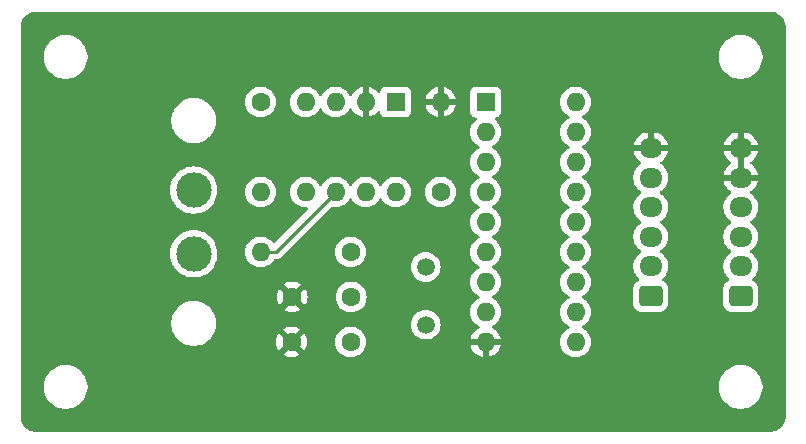
<source format=gbl>
%TF.GenerationSoftware,KiCad,Pcbnew,8.0.2*%
%TF.CreationDate,2024-05-12T16:09:50+01:00*%
%TF.ProjectId,TelemetryCANBoard,54656c65-6d65-4747-9279-43414e426f61,rev?*%
%TF.SameCoordinates,Original*%
%TF.FileFunction,Copper,L2,Bot*%
%TF.FilePolarity,Positive*%
%FSLAX46Y46*%
G04 Gerber Fmt 4.6, Leading zero omitted, Abs format (unit mm)*
G04 Created by KiCad (PCBNEW 8.0.2) date 2024-05-12 16:09:50*
%MOMM*%
%LPD*%
G01*
G04 APERTURE LIST*
G04 Aperture macros list*
%AMRoundRect*
0 Rectangle with rounded corners*
0 $1 Rounding radius*
0 $2 $3 $4 $5 $6 $7 $8 $9 X,Y pos of 4 corners*
0 Add a 4 corners polygon primitive as box body*
4,1,4,$2,$3,$4,$5,$6,$7,$8,$9,$2,$3,0*
0 Add four circle primitives for the rounded corners*
1,1,$1+$1,$2,$3*
1,1,$1+$1,$4,$5*
1,1,$1+$1,$6,$7*
1,1,$1+$1,$8,$9*
0 Add four rect primitives between the rounded corners*
20,1,$1+$1,$2,$3,$4,$5,0*
20,1,$1+$1,$4,$5,$6,$7,0*
20,1,$1+$1,$6,$7,$8,$9,0*
20,1,$1+$1,$8,$9,$2,$3,0*%
G04 Aperture macros list end*
%TA.AperFunction,ComponentPad*%
%ADD10C,1.600000*%
%TD*%
%TA.AperFunction,ComponentPad*%
%ADD11O,1.600000X1.600000*%
%TD*%
%TA.AperFunction,ComponentPad*%
%ADD12RoundRect,0.250000X0.725000X-0.600000X0.725000X0.600000X-0.725000X0.600000X-0.725000X-0.600000X0*%
%TD*%
%TA.AperFunction,ComponentPad*%
%ADD13O,1.950000X1.700000*%
%TD*%
%TA.AperFunction,ComponentPad*%
%ADD14R,1.600000X1.600000*%
%TD*%
%TA.AperFunction,ComponentPad*%
%ADD15C,3.000000*%
%TD*%
%TA.AperFunction,ComponentPad*%
%ADD16C,1.500000*%
%TD*%
%TA.AperFunction,ViaPad*%
%ADD17C,0.800000*%
%TD*%
%TA.AperFunction,Conductor*%
%ADD18C,0.250000*%
%TD*%
G04 APERTURE END LIST*
D10*
%TO.P,R1,1*%
%TO.N,Net-(U1-Rs)*%
X160020000Y-90170000D03*
D11*
%TO.P,R1,2*%
%TO.N,GND*%
X160020000Y-82550000D03*
%TD*%
D12*
%TO.P,J1,1,Pin_1*%
%TO.N,+5V*%
X177800000Y-98960000D03*
D13*
%TO.P,J1,2,Pin_2*%
%TO.N,/SPI_SCK*%
X177800000Y-96460000D03*
%TO.P,J1,3,Pin_3*%
%TO.N,/SPI_MOSI*%
X177800000Y-93960000D03*
%TO.P,J1,4,Pin_4*%
%TO.N,/SPI_MISO*%
X177800000Y-91460000D03*
%TO.P,J1,5,Pin_5*%
%TO.N,/SPI_CS*%
X177800000Y-88960000D03*
%TO.P,J1,6,Pin_6*%
%TO.N,GND*%
X177800000Y-86460000D03*
%TD*%
D10*
%TO.P,R2,1*%
%TO.N,+5V*%
X144780000Y-82550000D03*
D11*
%TO.P,R2,2*%
%TO.N,Net-(U2-~{RESET})*%
X144780000Y-90170000D03*
%TD*%
D14*
%TO.P,U1,1,TXD*%
%TO.N,Net-(U1-TXD)*%
X156210000Y-82550000D03*
D11*
%TO.P,U1,2,VSS*%
%TO.N,GND*%
X153670000Y-82550000D03*
%TO.P,U1,3,VDD*%
%TO.N,+5V*%
X151130000Y-82550000D03*
%TO.P,U1,4,RXD*%
%TO.N,Net-(U1-RXD)*%
X148590000Y-82550000D03*
%TO.P,U1,5,Vref*%
%TO.N,unconnected-(U1-Vref-Pad5)*%
X148590000Y-90170000D03*
%TO.P,U1,6,CANL*%
%TO.N,/CANL*%
X151130000Y-90170000D03*
%TO.P,U1,7,CANH*%
%TO.N,/CANH*%
X153670000Y-90170000D03*
%TO.P,U1,8,Rs*%
%TO.N,Net-(U1-Rs)*%
X156210000Y-90170000D03*
%TD*%
D15*
%TO.P,J3,1,Pin_1*%
%TO.N,/CANH*%
X139110000Y-90010000D03*
%TO.P,J3,2,Pin_2*%
%TO.N,/CANL*%
X139110000Y-95410000D03*
%TD*%
D16*
%TO.P,Y1,1,1*%
%TO.N,Net-(U2-OSC2)*%
X158750000Y-96520000D03*
%TO.P,Y1,2,2*%
%TO.N,Net-(U2-OSC1)*%
X158750000Y-101400000D03*
%TD*%
D12*
%TO.P,J2,1,Pin_1*%
%TO.N,/INT*%
X185420000Y-98960000D03*
D13*
%TO.P,J2,2,Pin_2*%
%TO.N,unconnected-(J2-Pin_2-Pad2)*%
X185420000Y-96460000D03*
%TO.P,J2,3,Pin_3*%
%TO.N,unconnected-(J2-Pin_3-Pad3)*%
X185420000Y-93960000D03*
%TO.P,J2,4,Pin_4*%
%TO.N,unconnected-(J2-Pin_4-Pad4)*%
X185420000Y-91460000D03*
%TO.P,J2,5,Pin_5*%
%TO.N,GND*%
X185420000Y-88960000D03*
%TO.P,J2,6,Pin_6*%
X185420000Y-86460000D03*
%TD*%
D10*
%TO.P,R3,1*%
%TO.N,/CANH*%
X152400000Y-95250000D03*
D11*
%TO.P,R3,2*%
%TO.N,/CANL*%
X144780000Y-95250000D03*
%TD*%
D14*
%TO.P,U2,1,TXCAN*%
%TO.N,Net-(U1-TXD)*%
X163830000Y-82550000D03*
D11*
%TO.P,U2,2,RXCAN*%
%TO.N,Net-(U1-RXD)*%
X163830000Y-85090000D03*
%TO.P,U2,3,CLKOUT/SOF*%
%TO.N,unconnected-(U2-CLKOUT{slash}SOF-Pad3)*%
X163830000Y-87630000D03*
%TO.P,U2,4,~{TX0RTS}*%
%TO.N,unconnected-(U2-~{TX0RTS}-Pad4)*%
X163830000Y-90170000D03*
%TO.P,U2,5,~{TX1RTS}*%
%TO.N,unconnected-(U2-~{TX1RTS}-Pad5)*%
X163830000Y-92710000D03*
%TO.P,U2,6,~{TX2RTS}*%
%TO.N,unconnected-(U2-~{TX2RTS}-Pad6)*%
X163830000Y-95250000D03*
%TO.P,U2,7,OSC2*%
%TO.N,Net-(U2-OSC2)*%
X163830000Y-97790000D03*
%TO.P,U2,8,OSC1*%
%TO.N,Net-(U2-OSC1)*%
X163830000Y-100330000D03*
%TO.P,U2,9,VSS*%
%TO.N,GND*%
X163830000Y-102870000D03*
%TO.P,U2,10,~{RX1BF}*%
%TO.N,unconnected-(U2-~{RX1BF}-Pad10)*%
X171450000Y-102870000D03*
%TO.P,U2,11,~{RX0BF}*%
%TO.N,unconnected-(U2-~{RX0BF}-Pad11)*%
X171450000Y-100330000D03*
%TO.P,U2,12,~{INT}*%
%TO.N,/INT*%
X171450000Y-97790000D03*
%TO.P,U2,13,SCK*%
%TO.N,/SPI_SCK*%
X171450000Y-95250000D03*
%TO.P,U2,14,SI*%
%TO.N,/SPI_MOSI*%
X171450000Y-92710000D03*
%TO.P,U2,15,SO*%
%TO.N,/SPI_MISO*%
X171450000Y-90170000D03*
%TO.P,U2,16,~{CS}*%
%TO.N,/SPI_CS*%
X171450000Y-87630000D03*
%TO.P,U2,17,~{RESET}*%
%TO.N,Net-(U2-~{RESET})*%
X171450000Y-85090000D03*
%TO.P,U2,18,VDD*%
%TO.N,+5V*%
X171450000Y-82550000D03*
%TD*%
D10*
%TO.P,C1,1*%
%TO.N,GND*%
X147440000Y-99060000D03*
%TO.P,C1,2*%
%TO.N,Net-(U2-OSC2)*%
X152440000Y-99060000D03*
%TD*%
%TO.P,C2,1*%
%TO.N,GND*%
X147400000Y-102870000D03*
%TO.P,C2,2*%
%TO.N,Net-(U2-OSC1)*%
X152400000Y-102870000D03*
%TD*%
D17*
%TO.N,GND*%
X167640000Y-85090000D03*
X174625000Y-97790000D03*
X173990000Y-91440000D03*
X173990000Y-88900000D03*
X173990000Y-93980000D03*
%TD*%
D18*
%TO.N,/CANL*%
X146050000Y-95250000D02*
X144780000Y-95250000D01*
X151130000Y-90170000D02*
X146050000Y-95250000D01*
%TD*%
%TA.AperFunction,Conductor*%
%TO.N,GND*%
G36*
X185670000Y-88555854D02*
G01*
X185603343Y-88517370D01*
X185482535Y-88485000D01*
X185357465Y-88485000D01*
X185236657Y-88517370D01*
X185170000Y-88555854D01*
X185170000Y-86864145D01*
X185236657Y-86902630D01*
X185357465Y-86935000D01*
X185482535Y-86935000D01*
X185603343Y-86902630D01*
X185670000Y-86864145D01*
X185670000Y-88555854D01*
G37*
%TD.AperFunction*%
%TA.AperFunction,Conductor*%
G36*
X187961330Y-74930029D02*
G01*
X187967463Y-74930162D01*
X188061420Y-74932209D01*
X188080243Y-74934063D01*
X188278644Y-74969047D01*
X188299516Y-74974639D01*
X188487561Y-75043082D01*
X188507143Y-75052214D01*
X188680437Y-75152265D01*
X188698136Y-75164657D01*
X188851430Y-75293285D01*
X188866713Y-75308568D01*
X188995340Y-75461861D01*
X189007734Y-75479562D01*
X189107783Y-75652852D01*
X189116918Y-75672441D01*
X189185359Y-75860480D01*
X189190953Y-75881359D01*
X189225935Y-76079752D01*
X189227790Y-76098582D01*
X189229971Y-76198667D01*
X189230000Y-76201369D01*
X189230000Y-109218630D01*
X189229971Y-109221332D01*
X189227790Y-109321417D01*
X189225935Y-109340247D01*
X189190953Y-109538640D01*
X189185359Y-109559519D01*
X189116918Y-109747558D01*
X189107783Y-109767147D01*
X189007734Y-109940437D01*
X188995337Y-109958143D01*
X188866714Y-110111430D01*
X188851430Y-110126714D01*
X188698143Y-110255337D01*
X188680437Y-110267734D01*
X188507147Y-110367783D01*
X188487558Y-110376918D01*
X188299519Y-110445359D01*
X188278640Y-110450953D01*
X188080247Y-110485935D01*
X188061417Y-110487790D01*
X187964457Y-110489902D01*
X187961330Y-110489971D01*
X187958630Y-110490000D01*
X125731370Y-110490000D01*
X125728669Y-110489971D01*
X125628583Y-110487790D01*
X125609752Y-110485935D01*
X125411359Y-110450953D01*
X125390480Y-110445359D01*
X125202441Y-110376918D01*
X125182852Y-110367783D01*
X125009562Y-110267734D01*
X124991861Y-110255340D01*
X124838568Y-110126713D01*
X124823285Y-110111430D01*
X124694657Y-109958136D01*
X124682265Y-109940437D01*
X124582216Y-109767147D01*
X124573081Y-109747558D01*
X124504640Y-109559519D01*
X124499046Y-109538640D01*
X124464064Y-109340247D01*
X124462209Y-109321415D01*
X124460029Y-109221330D01*
X124460000Y-109218630D01*
X124460000Y-106558711D01*
X126419500Y-106558711D01*
X126419500Y-106801288D01*
X126451161Y-107041785D01*
X126513947Y-107276104D01*
X126606773Y-107500205D01*
X126606776Y-107500212D01*
X126728064Y-107710289D01*
X126728066Y-107710292D01*
X126728067Y-107710293D01*
X126875733Y-107902736D01*
X126875739Y-107902743D01*
X127047256Y-108074260D01*
X127047262Y-108074265D01*
X127239711Y-108221936D01*
X127449788Y-108343224D01*
X127673900Y-108436054D01*
X127908211Y-108498838D01*
X128088586Y-108522584D01*
X128148711Y-108530500D01*
X128148712Y-108530500D01*
X128391289Y-108530500D01*
X128439388Y-108524167D01*
X128631789Y-108498838D01*
X128866100Y-108436054D01*
X129090212Y-108343224D01*
X129300289Y-108221936D01*
X129492738Y-108074265D01*
X129664265Y-107902738D01*
X129811936Y-107710289D01*
X129933224Y-107500212D01*
X130026054Y-107276100D01*
X130088838Y-107041789D01*
X130120500Y-106801288D01*
X130120500Y-106558712D01*
X130120500Y-106558711D01*
X183569500Y-106558711D01*
X183569500Y-106801288D01*
X183601161Y-107041785D01*
X183663947Y-107276104D01*
X183756773Y-107500205D01*
X183756776Y-107500212D01*
X183878064Y-107710289D01*
X183878066Y-107710292D01*
X183878067Y-107710293D01*
X184025733Y-107902736D01*
X184025739Y-107902743D01*
X184197256Y-108074260D01*
X184197262Y-108074265D01*
X184389711Y-108221936D01*
X184599788Y-108343224D01*
X184823900Y-108436054D01*
X185058211Y-108498838D01*
X185238586Y-108522584D01*
X185298711Y-108530500D01*
X185298712Y-108530500D01*
X185541289Y-108530500D01*
X185589388Y-108524167D01*
X185781789Y-108498838D01*
X186016100Y-108436054D01*
X186240212Y-108343224D01*
X186450289Y-108221936D01*
X186642738Y-108074265D01*
X186814265Y-107902738D01*
X186961936Y-107710289D01*
X187083224Y-107500212D01*
X187176054Y-107276100D01*
X187238838Y-107041789D01*
X187270500Y-106801288D01*
X187270500Y-106558712D01*
X187238838Y-106318211D01*
X187176054Y-106083900D01*
X187083224Y-105859788D01*
X186961936Y-105649711D01*
X186814265Y-105457262D01*
X186814260Y-105457256D01*
X186642743Y-105285739D01*
X186642736Y-105285733D01*
X186450293Y-105138067D01*
X186450292Y-105138066D01*
X186450289Y-105138064D01*
X186240212Y-105016776D01*
X186240205Y-105016773D01*
X186016104Y-104923947D01*
X185781785Y-104861161D01*
X185541289Y-104829500D01*
X185541288Y-104829500D01*
X185298712Y-104829500D01*
X185298711Y-104829500D01*
X185058214Y-104861161D01*
X184823895Y-104923947D01*
X184599794Y-105016773D01*
X184599785Y-105016777D01*
X184389706Y-105138067D01*
X184197263Y-105285733D01*
X184197256Y-105285739D01*
X184025739Y-105457256D01*
X184025733Y-105457263D01*
X183878067Y-105649706D01*
X183756777Y-105859785D01*
X183756773Y-105859794D01*
X183663947Y-106083895D01*
X183601161Y-106318214D01*
X183569500Y-106558711D01*
X130120500Y-106558711D01*
X130088838Y-106318211D01*
X130026054Y-106083900D01*
X129933224Y-105859788D01*
X129811936Y-105649711D01*
X129664265Y-105457262D01*
X129664260Y-105457256D01*
X129492743Y-105285739D01*
X129492736Y-105285733D01*
X129300293Y-105138067D01*
X129300292Y-105138066D01*
X129300289Y-105138064D01*
X129090212Y-105016776D01*
X129090205Y-105016773D01*
X128866104Y-104923947D01*
X128631785Y-104861161D01*
X128391289Y-104829500D01*
X128391288Y-104829500D01*
X128148712Y-104829500D01*
X128148711Y-104829500D01*
X127908214Y-104861161D01*
X127673895Y-104923947D01*
X127449794Y-105016773D01*
X127449785Y-105016777D01*
X127239706Y-105138067D01*
X127047263Y-105285733D01*
X127047256Y-105285739D01*
X126875739Y-105457256D01*
X126875733Y-105457263D01*
X126728067Y-105649706D01*
X126606777Y-105859785D01*
X126606773Y-105859794D01*
X126513947Y-106083895D01*
X126451161Y-106318214D01*
X126419500Y-106558711D01*
X124460000Y-106558711D01*
X124460000Y-101175441D01*
X137209500Y-101175441D01*
X137209500Y-101424558D01*
X137209501Y-101424575D01*
X137242017Y-101671561D01*
X137306498Y-101912207D01*
X137401830Y-102142361D01*
X137401837Y-102142376D01*
X137526400Y-102358126D01*
X137678060Y-102555774D01*
X137678066Y-102555781D01*
X137854218Y-102731933D01*
X137854225Y-102731939D01*
X138051873Y-102883599D01*
X138267623Y-103008162D01*
X138267638Y-103008169D01*
X138366825Y-103049253D01*
X138497793Y-103103502D01*
X138738435Y-103167982D01*
X138985435Y-103200500D01*
X138985442Y-103200500D01*
X139234558Y-103200500D01*
X139234565Y-103200500D01*
X139481565Y-103167982D01*
X139722207Y-103103502D01*
X139952373Y-103008164D01*
X140168127Y-102883599D01*
X140185854Y-102869997D01*
X146095034Y-102869997D01*
X146095034Y-102870002D01*
X146114858Y-103096599D01*
X146114860Y-103096610D01*
X146173730Y-103316317D01*
X146173735Y-103316331D01*
X146269863Y-103522478D01*
X146320974Y-103595472D01*
X147000000Y-102916446D01*
X147000000Y-102922661D01*
X147027259Y-103024394D01*
X147079920Y-103115606D01*
X147154394Y-103190080D01*
X147245606Y-103242741D01*
X147347339Y-103270000D01*
X147353553Y-103270000D01*
X146674526Y-103949025D01*
X146747513Y-104000132D01*
X146747521Y-104000136D01*
X146953668Y-104096264D01*
X146953682Y-104096269D01*
X147173389Y-104155139D01*
X147173400Y-104155141D01*
X147399998Y-104174966D01*
X147400002Y-104174966D01*
X147626599Y-104155141D01*
X147626610Y-104155139D01*
X147846317Y-104096269D01*
X147846331Y-104096264D01*
X148052478Y-104000136D01*
X148125471Y-103949024D01*
X147446447Y-103270000D01*
X147452661Y-103270000D01*
X147554394Y-103242741D01*
X147645606Y-103190080D01*
X147720080Y-103115606D01*
X147772741Y-103024394D01*
X147800000Y-102922661D01*
X147800000Y-102916447D01*
X148479024Y-103595471D01*
X148530136Y-103522478D01*
X148626264Y-103316331D01*
X148626269Y-103316317D01*
X148685139Y-103096610D01*
X148685141Y-103096599D01*
X148704966Y-102870002D01*
X148704966Y-102869998D01*
X151094532Y-102869998D01*
X151094532Y-102870001D01*
X151114364Y-103096686D01*
X151114366Y-103096697D01*
X151173258Y-103316488D01*
X151173261Y-103316497D01*
X151269431Y-103522732D01*
X151269432Y-103522734D01*
X151399954Y-103709141D01*
X151560858Y-103870045D01*
X151560861Y-103870047D01*
X151747266Y-104000568D01*
X151953504Y-104096739D01*
X152173308Y-104155635D01*
X152335230Y-104169801D01*
X152399998Y-104175468D01*
X152400000Y-104175468D01*
X152400002Y-104175468D01*
X152456673Y-104170509D01*
X152626692Y-104155635D01*
X152846496Y-104096739D01*
X153052734Y-104000568D01*
X153239139Y-103870047D01*
X153400047Y-103709139D01*
X153530568Y-103522734D01*
X153626739Y-103316496D01*
X153685635Y-103096692D01*
X153705468Y-102870000D01*
X153685635Y-102643308D01*
X153626739Y-102423504D01*
X153530568Y-102217266D01*
X153400047Y-102030861D01*
X153400045Y-102030858D01*
X153239141Y-101869954D01*
X153052734Y-101739432D01*
X153052732Y-101739431D01*
X152846497Y-101643261D01*
X152846488Y-101643258D01*
X152626697Y-101584366D01*
X152626693Y-101584365D01*
X152626692Y-101584365D01*
X152626691Y-101584364D01*
X152626686Y-101584364D01*
X152400002Y-101564532D01*
X152399998Y-101564532D01*
X152173313Y-101584364D01*
X152173302Y-101584366D01*
X151953511Y-101643258D01*
X151953502Y-101643261D01*
X151747267Y-101739431D01*
X151747265Y-101739432D01*
X151560858Y-101869954D01*
X151399954Y-102030858D01*
X151269432Y-102217265D01*
X151269431Y-102217267D01*
X151173261Y-102423502D01*
X151173258Y-102423511D01*
X151114366Y-102643302D01*
X151114364Y-102643313D01*
X151094532Y-102869998D01*
X148704966Y-102869998D01*
X148704966Y-102869997D01*
X148685141Y-102643400D01*
X148685139Y-102643389D01*
X148626269Y-102423682D01*
X148626264Y-102423668D01*
X148530136Y-102217521D01*
X148530132Y-102217513D01*
X148479025Y-102144526D01*
X147800000Y-102823551D01*
X147800000Y-102817339D01*
X147772741Y-102715606D01*
X147720080Y-102624394D01*
X147645606Y-102549920D01*
X147554394Y-102497259D01*
X147452661Y-102470000D01*
X147446448Y-102470000D01*
X148125472Y-101790974D01*
X148052478Y-101739863D01*
X147846331Y-101643735D01*
X147846317Y-101643730D01*
X147626610Y-101584860D01*
X147626599Y-101584858D01*
X147400002Y-101565034D01*
X147399998Y-101565034D01*
X147173400Y-101584858D01*
X147173389Y-101584860D01*
X146953682Y-101643730D01*
X146953673Y-101643734D01*
X146747516Y-101739866D01*
X146747512Y-101739868D01*
X146674526Y-101790973D01*
X146674526Y-101790974D01*
X147353553Y-102470000D01*
X147347339Y-102470000D01*
X147245606Y-102497259D01*
X147154394Y-102549920D01*
X147079920Y-102624394D01*
X147027259Y-102715606D01*
X147000000Y-102817339D01*
X147000000Y-102823552D01*
X146320974Y-102144526D01*
X146320973Y-102144526D01*
X146269868Y-102217512D01*
X146269866Y-102217516D01*
X146173734Y-102423673D01*
X146173730Y-102423682D01*
X146114860Y-102643389D01*
X146114858Y-102643400D01*
X146095034Y-102869997D01*
X140185854Y-102869997D01*
X140365776Y-102731938D01*
X140541938Y-102555776D01*
X140693599Y-102358127D01*
X140818164Y-102142373D01*
X140913502Y-101912207D01*
X140977982Y-101671565D01*
X141010500Y-101424565D01*
X141010500Y-101400000D01*
X157494723Y-101400000D01*
X157510852Y-101584366D01*
X157513793Y-101617975D01*
X157513793Y-101617979D01*
X157570422Y-101829322D01*
X157570424Y-101829326D01*
X157570425Y-101829330D01*
X157609071Y-101912207D01*
X157662897Y-102027638D01*
X157687998Y-102063486D01*
X157788402Y-102206877D01*
X157943123Y-102361598D01*
X158122361Y-102487102D01*
X158320670Y-102579575D01*
X158532023Y-102636207D01*
X158714926Y-102652208D01*
X158749998Y-102655277D01*
X158750000Y-102655277D01*
X158750002Y-102655277D01*
X158778254Y-102652805D01*
X158967977Y-102636207D01*
X159179330Y-102579575D01*
X159377639Y-102487102D01*
X159556877Y-102361598D01*
X159711598Y-102206877D01*
X159837102Y-102027639D01*
X159929575Y-101829330D01*
X159986207Y-101617977D01*
X160005277Y-101400000D01*
X159986207Y-101182023D01*
X159929575Y-100970670D01*
X159837102Y-100772362D01*
X159837100Y-100772359D01*
X159837099Y-100772357D01*
X159711599Y-100593124D01*
X159675161Y-100556686D01*
X159556877Y-100438402D01*
X159377639Y-100312898D01*
X159377640Y-100312898D01*
X159377638Y-100312897D01*
X159225325Y-100241873D01*
X159179330Y-100220425D01*
X159179326Y-100220424D01*
X159179322Y-100220422D01*
X158967977Y-100163793D01*
X158750002Y-100144723D01*
X158749998Y-100144723D01*
X158604682Y-100157436D01*
X158532023Y-100163793D01*
X158532020Y-100163793D01*
X158320677Y-100220422D01*
X158320668Y-100220426D01*
X158122361Y-100312898D01*
X158122357Y-100312900D01*
X157943121Y-100438402D01*
X157788402Y-100593121D01*
X157662900Y-100772357D01*
X157662898Y-100772361D01*
X157570426Y-100970668D01*
X157570422Y-100970677D01*
X157513793Y-101182020D01*
X157513793Y-101182023D01*
X157494723Y-101400000D01*
X141010500Y-101400000D01*
X141010500Y-101175435D01*
X140977982Y-100928435D01*
X140913502Y-100687793D01*
X140818164Y-100457627D01*
X140807064Y-100438402D01*
X140693599Y-100241873D01*
X140541939Y-100044225D01*
X140541933Y-100044218D01*
X140365781Y-99868066D01*
X140365774Y-99868060D01*
X140168126Y-99716400D01*
X139952376Y-99591837D01*
X139952361Y-99591830D01*
X139722207Y-99496498D01*
X139481561Y-99432017D01*
X139234575Y-99399501D01*
X139234570Y-99399500D01*
X139234565Y-99399500D01*
X138985435Y-99399500D01*
X138985429Y-99399500D01*
X138985424Y-99399501D01*
X138738438Y-99432017D01*
X138497792Y-99496498D01*
X138267638Y-99591830D01*
X138267623Y-99591837D01*
X138051873Y-99716400D01*
X137854225Y-99868060D01*
X137854218Y-99868066D01*
X137678066Y-100044218D01*
X137678060Y-100044225D01*
X137526400Y-100241873D01*
X137401837Y-100457623D01*
X137401830Y-100457638D01*
X137306498Y-100687792D01*
X137242017Y-100928438D01*
X137209501Y-101175424D01*
X137209500Y-101175441D01*
X124460000Y-101175441D01*
X124460000Y-99059997D01*
X146135034Y-99059997D01*
X146135034Y-99060002D01*
X146154858Y-99286599D01*
X146154860Y-99286610D01*
X146213730Y-99506317D01*
X146213735Y-99506331D01*
X146309863Y-99712478D01*
X146360974Y-99785472D01*
X147040000Y-99106446D01*
X147040000Y-99112661D01*
X147067259Y-99214394D01*
X147119920Y-99305606D01*
X147194394Y-99380080D01*
X147285606Y-99432741D01*
X147387339Y-99460000D01*
X147393553Y-99460000D01*
X146714526Y-100139025D01*
X146787513Y-100190132D01*
X146787521Y-100190136D01*
X146993668Y-100286264D01*
X146993682Y-100286269D01*
X147213389Y-100345139D01*
X147213400Y-100345141D01*
X147439998Y-100364966D01*
X147440002Y-100364966D01*
X147666599Y-100345141D01*
X147666610Y-100345139D01*
X147886317Y-100286269D01*
X147886331Y-100286264D01*
X148092478Y-100190136D01*
X148165471Y-100139024D01*
X147486447Y-99460000D01*
X147492661Y-99460000D01*
X147594394Y-99432741D01*
X147685606Y-99380080D01*
X147760080Y-99305606D01*
X147812741Y-99214394D01*
X147840000Y-99112661D01*
X147840000Y-99106447D01*
X148519024Y-99785471D01*
X148570136Y-99712478D01*
X148666264Y-99506331D01*
X148666269Y-99506317D01*
X148725139Y-99286610D01*
X148725141Y-99286599D01*
X148744966Y-99060002D01*
X148744966Y-99059998D01*
X151134532Y-99059998D01*
X151134532Y-99060001D01*
X151154364Y-99286686D01*
X151154366Y-99286697D01*
X151213258Y-99506488D01*
X151213261Y-99506497D01*
X151309431Y-99712732D01*
X151309432Y-99712734D01*
X151439954Y-99899141D01*
X151600858Y-100060045D01*
X151600861Y-100060047D01*
X151787266Y-100190568D01*
X151993504Y-100286739D01*
X151993509Y-100286740D01*
X151993511Y-100286741D01*
X152042991Y-100299999D01*
X152213308Y-100345635D01*
X152375230Y-100359801D01*
X152439998Y-100365468D01*
X152440000Y-100365468D01*
X152440002Y-100365468D01*
X152496673Y-100360509D01*
X152666692Y-100345635D01*
X152886496Y-100286739D01*
X153092734Y-100190568D01*
X153279139Y-100060047D01*
X153440047Y-99899139D01*
X153570568Y-99712734D01*
X153666739Y-99506496D01*
X153725635Y-99286692D01*
X153745468Y-99060000D01*
X153725635Y-98833308D01*
X153666739Y-98613504D01*
X153570568Y-98407266D01*
X153440047Y-98220861D01*
X153440045Y-98220858D01*
X153279141Y-98059954D01*
X153092734Y-97929432D01*
X153092732Y-97929431D01*
X152886497Y-97833261D01*
X152886488Y-97833258D01*
X152666697Y-97774366D01*
X152666693Y-97774365D01*
X152666692Y-97774365D01*
X152666691Y-97774364D01*
X152666686Y-97774364D01*
X152440002Y-97754532D01*
X152439998Y-97754532D01*
X152213313Y-97774364D01*
X152213302Y-97774366D01*
X151993511Y-97833258D01*
X151993502Y-97833261D01*
X151787267Y-97929431D01*
X151787265Y-97929432D01*
X151600858Y-98059954D01*
X151439954Y-98220858D01*
X151309432Y-98407265D01*
X151309431Y-98407267D01*
X151213261Y-98613502D01*
X151213258Y-98613511D01*
X151154366Y-98833302D01*
X151154364Y-98833313D01*
X151134532Y-99059998D01*
X148744966Y-99059998D01*
X148744966Y-99059997D01*
X148725141Y-98833400D01*
X148725139Y-98833389D01*
X148666269Y-98613682D01*
X148666264Y-98613668D01*
X148570136Y-98407521D01*
X148570132Y-98407513D01*
X148519025Y-98334526D01*
X147840000Y-99013551D01*
X147840000Y-99007339D01*
X147812741Y-98905606D01*
X147760080Y-98814394D01*
X147685606Y-98739920D01*
X147594394Y-98687259D01*
X147492661Y-98660000D01*
X147486448Y-98660000D01*
X148165472Y-97980974D01*
X148092478Y-97929863D01*
X147886331Y-97833735D01*
X147886317Y-97833730D01*
X147666610Y-97774860D01*
X147666599Y-97774858D01*
X147440002Y-97755034D01*
X147439998Y-97755034D01*
X147213400Y-97774858D01*
X147213389Y-97774860D01*
X146993682Y-97833730D01*
X146993673Y-97833734D01*
X146787516Y-97929866D01*
X146787512Y-97929868D01*
X146714526Y-97980973D01*
X146714526Y-97980974D01*
X147393553Y-98660000D01*
X147387339Y-98660000D01*
X147285606Y-98687259D01*
X147194394Y-98739920D01*
X147119920Y-98814394D01*
X147067259Y-98905606D01*
X147040000Y-99007339D01*
X147040000Y-99013552D01*
X146360974Y-98334526D01*
X146360973Y-98334526D01*
X146309868Y-98407512D01*
X146309866Y-98407516D01*
X146213734Y-98613673D01*
X146213730Y-98613682D01*
X146154860Y-98833389D01*
X146154858Y-98833400D01*
X146135034Y-99059997D01*
X124460000Y-99059997D01*
X124460000Y-95409998D01*
X137104390Y-95409998D01*
X137104390Y-95410001D01*
X137124804Y-95695433D01*
X137185628Y-95975037D01*
X137185630Y-95975043D01*
X137185631Y-95975046D01*
X137248557Y-96143757D01*
X137285635Y-96243166D01*
X137422770Y-96494309D01*
X137422775Y-96494317D01*
X137594254Y-96723387D01*
X137594270Y-96723405D01*
X137796594Y-96925729D01*
X137796612Y-96925745D01*
X138025682Y-97097224D01*
X138025690Y-97097229D01*
X138276833Y-97234364D01*
X138276832Y-97234364D01*
X138276836Y-97234365D01*
X138276839Y-97234367D01*
X138544954Y-97334369D01*
X138544960Y-97334370D01*
X138544962Y-97334371D01*
X138824566Y-97395195D01*
X138824568Y-97395195D01*
X138824572Y-97395196D01*
X139078220Y-97413337D01*
X139109999Y-97415610D01*
X139110000Y-97415610D01*
X139110001Y-97415610D01*
X139138595Y-97413564D01*
X139395428Y-97395196D01*
X139650145Y-97339786D01*
X139675037Y-97334371D01*
X139675037Y-97334370D01*
X139675046Y-97334369D01*
X139943161Y-97234367D01*
X140194315Y-97097226D01*
X140423395Y-96925739D01*
X140625739Y-96723395D01*
X140797226Y-96494315D01*
X140934367Y-96243161D01*
X141034369Y-95975046D01*
X141044521Y-95928377D01*
X141095195Y-95695433D01*
X141095195Y-95695432D01*
X141095196Y-95695428D01*
X141115610Y-95410000D01*
X141104167Y-95249998D01*
X143474532Y-95249998D01*
X143474532Y-95250001D01*
X143494364Y-95476686D01*
X143494366Y-95476697D01*
X143553258Y-95696488D01*
X143553261Y-95696497D01*
X143649431Y-95902732D01*
X143649432Y-95902734D01*
X143779954Y-96089141D01*
X143940858Y-96250045D01*
X143940861Y-96250047D01*
X144127266Y-96380568D01*
X144333504Y-96476739D01*
X144553308Y-96535635D01*
X144715230Y-96549801D01*
X144779998Y-96555468D01*
X144780000Y-96555468D01*
X144780002Y-96555468D01*
X144836673Y-96550509D01*
X145006692Y-96535635D01*
X145226496Y-96476739D01*
X145432734Y-96380568D01*
X145619139Y-96250047D01*
X145780047Y-96089139D01*
X145859941Y-95975037D01*
X145892613Y-95928377D01*
X145947189Y-95884752D01*
X145994188Y-95875500D01*
X146111607Y-95875500D01*
X146172029Y-95863481D01*
X146232452Y-95851463D01*
X146232455Y-95851461D01*
X146232458Y-95851461D01*
X146265787Y-95837654D01*
X146265786Y-95837654D01*
X146265792Y-95837652D01*
X146346286Y-95804312D01*
X146424299Y-95752184D01*
X146448733Y-95735858D01*
X146535858Y-95648733D01*
X146535859Y-95648731D01*
X146542925Y-95641665D01*
X146542928Y-95641661D01*
X146934591Y-95249998D01*
X151094532Y-95249998D01*
X151094532Y-95250001D01*
X151114364Y-95476686D01*
X151114366Y-95476697D01*
X151173258Y-95696488D01*
X151173261Y-95696497D01*
X151269431Y-95902732D01*
X151269432Y-95902734D01*
X151399954Y-96089141D01*
X151560858Y-96250045D01*
X151560861Y-96250047D01*
X151747266Y-96380568D01*
X151953504Y-96476739D01*
X152173308Y-96535635D01*
X152335230Y-96549801D01*
X152399998Y-96555468D01*
X152400000Y-96555468D01*
X152400002Y-96555468D01*
X152456673Y-96550509D01*
X152626692Y-96535635D01*
X152685054Y-96519997D01*
X157494723Y-96519997D01*
X157494723Y-96520002D01*
X157513793Y-96737975D01*
X157513793Y-96737979D01*
X157570422Y-96949322D01*
X157570424Y-96949326D01*
X157570425Y-96949330D01*
X157583987Y-96978414D01*
X157662897Y-97147638D01*
X157662898Y-97147639D01*
X157788402Y-97326877D01*
X157943123Y-97481598D01*
X158122361Y-97607102D01*
X158320670Y-97699575D01*
X158532023Y-97756207D01*
X158714926Y-97772208D01*
X158749998Y-97775277D01*
X158750000Y-97775277D01*
X158750002Y-97775277D01*
X158778254Y-97772805D01*
X158967977Y-97756207D01*
X159179330Y-97699575D01*
X159377639Y-97607102D01*
X159556877Y-97481598D01*
X159711598Y-97326877D01*
X159837102Y-97147639D01*
X159929575Y-96949330D01*
X159986207Y-96737977D01*
X160005277Y-96520000D01*
X159986207Y-96302023D01*
X159951548Y-96172675D01*
X159929577Y-96090677D01*
X159929576Y-96090676D01*
X159929575Y-96090670D01*
X159837102Y-95892362D01*
X159837100Y-95892359D01*
X159837099Y-95892357D01*
X159711599Y-95713124D01*
X159640132Y-95641657D01*
X159556877Y-95558402D01*
X159377639Y-95432898D01*
X159377640Y-95432898D01*
X159377638Y-95432897D01*
X159278484Y-95386661D01*
X159179330Y-95340425D01*
X159179326Y-95340424D01*
X159179322Y-95340422D01*
X158967977Y-95283793D01*
X158750002Y-95264723D01*
X158749998Y-95264723D01*
X158604682Y-95277436D01*
X158532023Y-95283793D01*
X158532020Y-95283793D01*
X158320677Y-95340422D01*
X158320668Y-95340426D01*
X158122361Y-95432898D01*
X158122357Y-95432900D01*
X157943121Y-95558402D01*
X157788402Y-95713121D01*
X157662900Y-95892357D01*
X157662898Y-95892361D01*
X157570426Y-96090668D01*
X157570422Y-96090677D01*
X157513793Y-96302020D01*
X157513793Y-96302024D01*
X157494723Y-96519997D01*
X152685054Y-96519997D01*
X152846496Y-96476739D01*
X153052734Y-96380568D01*
X153239139Y-96250047D01*
X153400047Y-96089139D01*
X153530568Y-95902734D01*
X153626739Y-95696496D01*
X153685635Y-95476692D01*
X153705468Y-95250000D01*
X153701968Y-95210000D01*
X153693192Y-95109682D01*
X153685635Y-95023308D01*
X153626739Y-94803504D01*
X153530568Y-94597266D01*
X153400047Y-94410861D01*
X153400045Y-94410858D01*
X153239141Y-94249954D01*
X153052734Y-94119432D01*
X153052732Y-94119431D01*
X152846497Y-94023261D01*
X152846488Y-94023258D01*
X152626697Y-93964366D01*
X152626693Y-93964365D01*
X152626692Y-93964365D01*
X152626691Y-93964364D01*
X152626686Y-93964364D01*
X152400002Y-93944532D01*
X152399998Y-93944532D01*
X152173313Y-93964364D01*
X152173302Y-93964366D01*
X151953511Y-94023258D01*
X151953502Y-94023261D01*
X151747267Y-94119431D01*
X151747265Y-94119432D01*
X151560858Y-94249954D01*
X151399954Y-94410858D01*
X151269432Y-94597265D01*
X151269431Y-94597267D01*
X151173261Y-94803502D01*
X151173258Y-94803511D01*
X151114366Y-95023302D01*
X151114364Y-95023313D01*
X151094532Y-95249998D01*
X146934591Y-95249998D01*
X150715178Y-91469410D01*
X150776499Y-91435927D01*
X150834946Y-91437317D01*
X150903308Y-91455635D01*
X151060780Y-91469412D01*
X151129998Y-91475468D01*
X151130000Y-91475468D01*
X151130002Y-91475468D01*
X151199220Y-91469412D01*
X151356692Y-91455635D01*
X151576496Y-91396739D01*
X151782734Y-91300568D01*
X151969139Y-91170047D01*
X152130047Y-91009139D01*
X152260568Y-90822734D01*
X152287618Y-90764724D01*
X152333790Y-90712285D01*
X152400983Y-90693133D01*
X152467865Y-90713348D01*
X152512382Y-90764725D01*
X152539429Y-90822728D01*
X152539432Y-90822734D01*
X152669954Y-91009141D01*
X152830858Y-91170045D01*
X152830861Y-91170047D01*
X153017266Y-91300568D01*
X153223504Y-91396739D01*
X153443308Y-91455635D01*
X153600780Y-91469412D01*
X153669998Y-91475468D01*
X153670000Y-91475468D01*
X153670002Y-91475468D01*
X153739220Y-91469412D01*
X153896692Y-91455635D01*
X154116496Y-91396739D01*
X154322734Y-91300568D01*
X154509139Y-91170047D01*
X154670047Y-91009139D01*
X154800568Y-90822734D01*
X154827618Y-90764724D01*
X154873790Y-90712285D01*
X154940983Y-90693133D01*
X155007865Y-90713348D01*
X155052382Y-90764725D01*
X155079429Y-90822728D01*
X155079432Y-90822734D01*
X155209954Y-91009141D01*
X155370858Y-91170045D01*
X155370861Y-91170047D01*
X155557266Y-91300568D01*
X155763504Y-91396739D01*
X155983308Y-91455635D01*
X156140780Y-91469412D01*
X156209998Y-91475468D01*
X156210000Y-91475468D01*
X156210002Y-91475468D01*
X156279220Y-91469412D01*
X156436692Y-91455635D01*
X156656496Y-91396739D01*
X156862734Y-91300568D01*
X157049139Y-91170047D01*
X157210047Y-91009139D01*
X157340568Y-90822734D01*
X157436739Y-90616496D01*
X157495635Y-90396692D01*
X157515468Y-90170000D01*
X157515468Y-90169998D01*
X158714532Y-90169998D01*
X158714532Y-90170001D01*
X158734364Y-90396686D01*
X158734366Y-90396697D01*
X158793258Y-90616488D01*
X158793261Y-90616497D01*
X158889431Y-90822732D01*
X158889432Y-90822734D01*
X159019954Y-91009141D01*
X159180858Y-91170045D01*
X159180861Y-91170047D01*
X159367266Y-91300568D01*
X159573504Y-91396739D01*
X159793308Y-91455635D01*
X159950780Y-91469412D01*
X160019998Y-91475468D01*
X160020000Y-91475468D01*
X160020002Y-91475468D01*
X160089220Y-91469412D01*
X160246692Y-91455635D01*
X160466496Y-91396739D01*
X160672734Y-91300568D01*
X160859139Y-91170047D01*
X161020047Y-91009139D01*
X161150568Y-90822734D01*
X161246739Y-90616496D01*
X161305635Y-90396692D01*
X161325468Y-90170000D01*
X161325004Y-90164701D01*
X161311470Y-90010000D01*
X161305635Y-89943308D01*
X161246739Y-89723504D01*
X161150568Y-89517266D01*
X161020047Y-89330861D01*
X161020045Y-89330858D01*
X160859141Y-89169954D01*
X160672734Y-89039432D01*
X160672732Y-89039431D01*
X160466497Y-88943261D01*
X160466488Y-88943258D01*
X160246697Y-88884366D01*
X160246693Y-88884365D01*
X160246692Y-88884365D01*
X160246691Y-88884364D01*
X160246686Y-88884364D01*
X160020002Y-88864532D01*
X160019998Y-88864532D01*
X159793313Y-88884364D01*
X159793302Y-88884366D01*
X159573511Y-88943258D01*
X159573502Y-88943261D01*
X159367267Y-89039431D01*
X159367265Y-89039432D01*
X159180858Y-89169954D01*
X159019954Y-89330858D01*
X158889432Y-89517265D01*
X158889431Y-89517267D01*
X158793261Y-89723502D01*
X158793258Y-89723511D01*
X158734366Y-89943302D01*
X158734364Y-89943313D01*
X158714532Y-90169998D01*
X157515468Y-90169998D01*
X157515004Y-90164701D01*
X157501470Y-90010000D01*
X157495635Y-89943308D01*
X157436739Y-89723504D01*
X157340568Y-89517266D01*
X157210047Y-89330861D01*
X157210045Y-89330858D01*
X157049141Y-89169954D01*
X156862734Y-89039432D01*
X156862732Y-89039431D01*
X156656497Y-88943261D01*
X156656488Y-88943258D01*
X156436697Y-88884366D01*
X156436693Y-88884365D01*
X156436692Y-88884365D01*
X156436691Y-88884364D01*
X156436686Y-88884364D01*
X156210002Y-88864532D01*
X156209998Y-88864532D01*
X155983313Y-88884364D01*
X155983302Y-88884366D01*
X155763511Y-88943258D01*
X155763502Y-88943261D01*
X155557267Y-89039431D01*
X155557265Y-89039432D01*
X155370858Y-89169954D01*
X155209954Y-89330858D01*
X155079432Y-89517265D01*
X155079431Y-89517267D01*
X155052382Y-89575275D01*
X155006209Y-89627714D01*
X154939016Y-89646866D01*
X154872135Y-89626650D01*
X154827618Y-89575275D01*
X154800568Y-89517267D01*
X154800567Y-89517265D01*
X154670045Y-89330858D01*
X154509141Y-89169954D01*
X154322734Y-89039432D01*
X154322732Y-89039431D01*
X154116497Y-88943261D01*
X154116488Y-88943258D01*
X153896697Y-88884366D01*
X153896693Y-88884365D01*
X153896692Y-88884365D01*
X153896691Y-88884364D01*
X153896686Y-88884364D01*
X153670002Y-88864532D01*
X153669998Y-88864532D01*
X153443313Y-88884364D01*
X153443302Y-88884366D01*
X153223511Y-88943258D01*
X153223502Y-88943261D01*
X153017267Y-89039431D01*
X153017265Y-89039432D01*
X152830858Y-89169954D01*
X152669954Y-89330858D01*
X152539432Y-89517265D01*
X152539431Y-89517267D01*
X152512382Y-89575275D01*
X152466209Y-89627714D01*
X152399016Y-89646866D01*
X152332135Y-89626650D01*
X152287618Y-89575275D01*
X152260568Y-89517267D01*
X152260567Y-89517265D01*
X152130045Y-89330858D01*
X151969141Y-89169954D01*
X151782734Y-89039432D01*
X151782732Y-89039431D01*
X151576497Y-88943261D01*
X151576488Y-88943258D01*
X151356697Y-88884366D01*
X151356693Y-88884365D01*
X151356692Y-88884365D01*
X151356691Y-88884364D01*
X151356686Y-88884364D01*
X151130002Y-88864532D01*
X151129998Y-88864532D01*
X150903313Y-88884364D01*
X150903302Y-88884366D01*
X150683511Y-88943258D01*
X150683502Y-88943261D01*
X150477267Y-89039431D01*
X150477265Y-89039432D01*
X150290858Y-89169954D01*
X150129954Y-89330858D01*
X149999432Y-89517265D01*
X149999431Y-89517267D01*
X149972382Y-89575275D01*
X149926209Y-89627714D01*
X149859016Y-89646866D01*
X149792135Y-89626650D01*
X149747618Y-89575275D01*
X149720568Y-89517267D01*
X149720567Y-89517265D01*
X149590045Y-89330858D01*
X149429141Y-89169954D01*
X149242734Y-89039432D01*
X149242732Y-89039431D01*
X149036497Y-88943261D01*
X149036488Y-88943258D01*
X148816697Y-88884366D01*
X148816693Y-88884365D01*
X148816692Y-88884365D01*
X148816691Y-88884364D01*
X148816686Y-88884364D01*
X148590002Y-88864532D01*
X148589998Y-88864532D01*
X148363313Y-88884364D01*
X148363302Y-88884366D01*
X148143511Y-88943258D01*
X148143502Y-88943261D01*
X147937267Y-89039431D01*
X147937265Y-89039432D01*
X147750858Y-89169954D01*
X147589954Y-89330858D01*
X147459432Y-89517265D01*
X147459431Y-89517267D01*
X147363261Y-89723502D01*
X147363258Y-89723511D01*
X147304366Y-89943302D01*
X147304364Y-89943313D01*
X147284532Y-90169998D01*
X147284532Y-90170001D01*
X147304364Y-90396686D01*
X147304366Y-90396697D01*
X147363258Y-90616488D01*
X147363261Y-90616497D01*
X147459431Y-90822732D01*
X147459432Y-90822734D01*
X147589954Y-91009141D01*
X147750858Y-91170045D01*
X147750861Y-91170047D01*
X147937266Y-91300568D01*
X148143504Y-91396739D01*
X148363308Y-91455635D01*
X148520780Y-91469412D01*
X148589998Y-91475468D01*
X148589999Y-91475468D01*
X148589999Y-91475467D01*
X148590000Y-91475468D01*
X148634102Y-91471609D01*
X148702600Y-91485375D01*
X148752784Y-91533989D01*
X148768718Y-91602018D01*
X148745344Y-91667862D01*
X148732590Y-91682818D01*
X145976999Y-94438409D01*
X145915676Y-94471894D01*
X145845984Y-94466910D01*
X145790051Y-94425038D01*
X145787744Y-94421853D01*
X145780045Y-94410858D01*
X145619141Y-94249954D01*
X145432734Y-94119432D01*
X145432732Y-94119431D01*
X145226497Y-94023261D01*
X145226488Y-94023258D01*
X145006697Y-93964366D01*
X145006693Y-93964365D01*
X145006692Y-93964365D01*
X145006691Y-93964364D01*
X145006686Y-93964364D01*
X144780002Y-93944532D01*
X144779998Y-93944532D01*
X144553313Y-93964364D01*
X144553302Y-93964366D01*
X144333511Y-94023258D01*
X144333502Y-94023261D01*
X144127267Y-94119431D01*
X144127265Y-94119432D01*
X143940858Y-94249954D01*
X143779954Y-94410858D01*
X143649432Y-94597265D01*
X143649431Y-94597267D01*
X143553261Y-94803502D01*
X143553258Y-94803511D01*
X143494366Y-95023302D01*
X143494364Y-95023313D01*
X143474532Y-95249998D01*
X141104167Y-95249998D01*
X141095196Y-95124572D01*
X141094980Y-95123580D01*
X141034371Y-94844962D01*
X141034370Y-94844960D01*
X141034369Y-94844954D01*
X140934367Y-94576839D01*
X140877062Y-94471894D01*
X140797229Y-94325690D01*
X140797224Y-94325682D01*
X140625745Y-94096612D01*
X140625729Y-94096594D01*
X140423405Y-93894270D01*
X140423387Y-93894254D01*
X140194317Y-93722775D01*
X140194309Y-93722770D01*
X139943166Y-93585635D01*
X139943167Y-93585635D01*
X139835915Y-93545632D01*
X139675046Y-93485631D01*
X139675043Y-93485630D01*
X139675037Y-93485628D01*
X139395433Y-93424804D01*
X139110001Y-93404390D01*
X139109999Y-93404390D01*
X138824566Y-93424804D01*
X138544962Y-93485628D01*
X138276833Y-93585635D01*
X138025690Y-93722770D01*
X138025682Y-93722775D01*
X137796612Y-93894254D01*
X137796594Y-93894270D01*
X137594270Y-94096594D01*
X137594254Y-94096612D01*
X137422775Y-94325682D01*
X137422770Y-94325690D01*
X137285635Y-94576833D01*
X137185628Y-94844962D01*
X137124804Y-95124566D01*
X137104390Y-95409998D01*
X124460000Y-95409998D01*
X124460000Y-90009998D01*
X137104390Y-90009998D01*
X137104390Y-90010001D01*
X137124804Y-90295433D01*
X137185628Y-90575037D01*
X137185630Y-90575043D01*
X137185631Y-90575046D01*
X137278014Y-90822734D01*
X137285635Y-90843166D01*
X137422770Y-91094309D01*
X137422775Y-91094317D01*
X137594254Y-91323387D01*
X137594270Y-91323405D01*
X137796594Y-91525729D01*
X137796612Y-91525745D01*
X138025682Y-91697224D01*
X138025690Y-91697229D01*
X138276833Y-91834364D01*
X138276832Y-91834364D01*
X138276836Y-91834365D01*
X138276839Y-91834367D01*
X138544954Y-91934369D01*
X138544960Y-91934370D01*
X138544962Y-91934371D01*
X138824566Y-91995195D01*
X138824568Y-91995195D01*
X138824572Y-91995196D01*
X139078220Y-92013337D01*
X139109999Y-92015610D01*
X139110000Y-92015610D01*
X139110001Y-92015610D01*
X139138595Y-92013564D01*
X139395428Y-91995196D01*
X139675046Y-91934369D01*
X139943161Y-91834367D01*
X140194315Y-91697226D01*
X140423395Y-91525739D01*
X140625739Y-91323395D01*
X140797226Y-91094315D01*
X140934367Y-90843161D01*
X141034369Y-90575046D01*
X141034371Y-90575037D01*
X141095195Y-90295433D01*
X141095195Y-90295432D01*
X141095196Y-90295428D01*
X141104167Y-90169998D01*
X143474532Y-90169998D01*
X143474532Y-90170001D01*
X143494364Y-90396686D01*
X143494366Y-90396697D01*
X143553258Y-90616488D01*
X143553261Y-90616497D01*
X143649431Y-90822732D01*
X143649432Y-90822734D01*
X143779954Y-91009141D01*
X143940858Y-91170045D01*
X143940861Y-91170047D01*
X144127266Y-91300568D01*
X144333504Y-91396739D01*
X144553308Y-91455635D01*
X144710780Y-91469412D01*
X144779998Y-91475468D01*
X144780000Y-91475468D01*
X144780002Y-91475468D01*
X144849220Y-91469412D01*
X145006692Y-91455635D01*
X145226496Y-91396739D01*
X145432734Y-91300568D01*
X145619139Y-91170047D01*
X145780047Y-91009139D01*
X145910568Y-90822734D01*
X146006739Y-90616496D01*
X146065635Y-90396692D01*
X146085468Y-90170000D01*
X146085004Y-90164701D01*
X146071470Y-90010000D01*
X146065635Y-89943308D01*
X146006739Y-89723504D01*
X145910568Y-89517266D01*
X145780047Y-89330861D01*
X145780045Y-89330858D01*
X145619141Y-89169954D01*
X145432734Y-89039432D01*
X145432732Y-89039431D01*
X145226497Y-88943261D01*
X145226488Y-88943258D01*
X145006697Y-88884366D01*
X145006693Y-88884365D01*
X145006692Y-88884365D01*
X145006691Y-88884364D01*
X145006686Y-88884364D01*
X144780002Y-88864532D01*
X144779998Y-88864532D01*
X144553313Y-88884364D01*
X144553302Y-88884366D01*
X144333511Y-88943258D01*
X144333502Y-88943261D01*
X144127267Y-89039431D01*
X144127265Y-89039432D01*
X143940858Y-89169954D01*
X143779954Y-89330858D01*
X143649432Y-89517265D01*
X143649431Y-89517267D01*
X143553261Y-89723502D01*
X143553258Y-89723511D01*
X143494366Y-89943302D01*
X143494364Y-89943313D01*
X143474532Y-90169998D01*
X141104167Y-90169998D01*
X141115610Y-90010000D01*
X141095196Y-89724572D01*
X141094963Y-89723502D01*
X141034371Y-89444962D01*
X141034370Y-89444960D01*
X141034369Y-89444954D01*
X140934367Y-89176839D01*
X140930607Y-89169954D01*
X140797229Y-88925690D01*
X140797224Y-88925682D01*
X140625745Y-88696612D01*
X140625729Y-88696594D01*
X140423405Y-88494270D01*
X140423387Y-88494254D01*
X140194317Y-88322775D01*
X140194309Y-88322770D01*
X139943166Y-88185635D01*
X139943167Y-88185635D01*
X139835915Y-88145632D01*
X139675046Y-88085631D01*
X139675043Y-88085630D01*
X139675037Y-88085628D01*
X139395433Y-88024804D01*
X139110001Y-88004390D01*
X139109999Y-88004390D01*
X138824566Y-88024804D01*
X138544962Y-88085628D01*
X138276833Y-88185635D01*
X138025690Y-88322770D01*
X138025682Y-88322775D01*
X137796612Y-88494254D01*
X137796594Y-88494270D01*
X137594270Y-88696594D01*
X137594254Y-88696612D01*
X137422775Y-88925682D01*
X137422770Y-88925690D01*
X137285635Y-89176833D01*
X137185628Y-89444962D01*
X137124804Y-89724566D01*
X137104390Y-90009998D01*
X124460000Y-90009998D01*
X124460000Y-83995441D01*
X137209500Y-83995441D01*
X137209500Y-84244558D01*
X137209501Y-84244575D01*
X137242017Y-84491561D01*
X137306498Y-84732207D01*
X137401830Y-84962361D01*
X137401837Y-84962376D01*
X137526400Y-85178126D01*
X137678060Y-85375774D01*
X137678066Y-85375781D01*
X137854218Y-85551933D01*
X137854225Y-85551939D01*
X138051873Y-85703599D01*
X138267623Y-85828162D01*
X138267638Y-85828169D01*
X138366825Y-85869253D01*
X138497793Y-85923502D01*
X138738435Y-85987982D01*
X138985435Y-86020500D01*
X138985442Y-86020500D01*
X139234558Y-86020500D01*
X139234565Y-86020500D01*
X139481565Y-85987982D01*
X139722207Y-85923502D01*
X139952373Y-85828164D01*
X140168127Y-85703599D01*
X140365776Y-85551938D01*
X140541938Y-85375776D01*
X140693599Y-85178127D01*
X140744480Y-85089998D01*
X162524532Y-85089998D01*
X162524532Y-85090001D01*
X162544364Y-85316686D01*
X162544366Y-85316697D01*
X162603258Y-85536488D01*
X162603261Y-85536497D01*
X162699431Y-85742732D01*
X162699432Y-85742734D01*
X162829954Y-85929141D01*
X162990858Y-86090045D01*
X162990861Y-86090047D01*
X163177266Y-86220568D01*
X163235275Y-86247618D01*
X163287714Y-86293791D01*
X163306866Y-86360984D01*
X163286650Y-86427865D01*
X163235275Y-86472382D01*
X163177267Y-86499431D01*
X163177265Y-86499432D01*
X162990858Y-86629954D01*
X162829954Y-86790858D01*
X162699432Y-86977265D01*
X162699431Y-86977267D01*
X162603261Y-87183502D01*
X162603258Y-87183511D01*
X162544366Y-87403302D01*
X162544364Y-87403313D01*
X162524532Y-87629998D01*
X162524532Y-87630001D01*
X162544364Y-87856686D01*
X162544366Y-87856697D01*
X162603258Y-88076488D01*
X162603261Y-88076497D01*
X162699431Y-88282732D01*
X162699432Y-88282734D01*
X162829954Y-88469141D01*
X162990858Y-88630045D01*
X162990861Y-88630047D01*
X163177266Y-88760568D01*
X163211769Y-88776657D01*
X163235275Y-88787618D01*
X163287714Y-88833791D01*
X163306866Y-88900984D01*
X163286650Y-88967865D01*
X163235275Y-89012382D01*
X163177267Y-89039431D01*
X163177265Y-89039432D01*
X162990858Y-89169954D01*
X162829954Y-89330858D01*
X162699432Y-89517265D01*
X162699431Y-89517267D01*
X162603261Y-89723502D01*
X162603258Y-89723511D01*
X162544366Y-89943302D01*
X162544364Y-89943313D01*
X162524532Y-90169998D01*
X162524532Y-90170001D01*
X162544364Y-90396686D01*
X162544366Y-90396697D01*
X162603258Y-90616488D01*
X162603261Y-90616497D01*
X162699431Y-90822732D01*
X162699432Y-90822734D01*
X162829954Y-91009141D01*
X162990858Y-91170045D01*
X162990861Y-91170047D01*
X163177266Y-91300568D01*
X163226240Y-91323405D01*
X163235275Y-91327618D01*
X163287714Y-91373791D01*
X163306866Y-91440984D01*
X163286650Y-91507865D01*
X163235275Y-91552382D01*
X163177267Y-91579431D01*
X163177265Y-91579432D01*
X162990858Y-91709954D01*
X162829954Y-91870858D01*
X162699432Y-92057265D01*
X162699431Y-92057267D01*
X162603261Y-92263502D01*
X162603258Y-92263511D01*
X162544366Y-92483302D01*
X162544364Y-92483313D01*
X162524532Y-92709998D01*
X162524532Y-92710001D01*
X162544364Y-92936686D01*
X162544366Y-92936697D01*
X162603258Y-93156488D01*
X162603261Y-93156497D01*
X162699431Y-93362732D01*
X162699432Y-93362734D01*
X162829954Y-93549141D01*
X162990858Y-93710045D01*
X162990861Y-93710047D01*
X163177266Y-93840568D01*
X163235275Y-93867618D01*
X163287714Y-93913791D01*
X163306866Y-93980984D01*
X163286650Y-94047865D01*
X163235275Y-94092381D01*
X163218272Y-94100310D01*
X163177267Y-94119431D01*
X163177265Y-94119432D01*
X162990858Y-94249954D01*
X162829954Y-94410858D01*
X162699432Y-94597265D01*
X162699431Y-94597267D01*
X162603261Y-94803502D01*
X162603258Y-94803511D01*
X162544366Y-95023302D01*
X162544364Y-95023313D01*
X162524532Y-95249998D01*
X162524532Y-95250001D01*
X162544364Y-95476686D01*
X162544366Y-95476697D01*
X162603258Y-95696488D01*
X162603261Y-95696497D01*
X162699431Y-95902732D01*
X162699432Y-95902734D01*
X162829954Y-96089141D01*
X162990858Y-96250045D01*
X162990861Y-96250047D01*
X163177266Y-96380568D01*
X163235275Y-96407618D01*
X163287714Y-96453791D01*
X163306866Y-96520984D01*
X163286650Y-96587865D01*
X163235275Y-96632382D01*
X163177267Y-96659431D01*
X163177265Y-96659432D01*
X162990858Y-96789954D01*
X162829954Y-96950858D01*
X162699432Y-97137265D01*
X162699431Y-97137267D01*
X162603261Y-97343502D01*
X162603258Y-97343511D01*
X162544366Y-97563302D01*
X162544364Y-97563313D01*
X162524532Y-97789998D01*
X162524532Y-97790001D01*
X162544364Y-98016686D01*
X162544366Y-98016697D01*
X162603258Y-98236488D01*
X162603261Y-98236497D01*
X162699431Y-98442732D01*
X162699432Y-98442734D01*
X162829954Y-98629141D01*
X162990858Y-98790045D01*
X162990861Y-98790047D01*
X163177266Y-98920568D01*
X163235275Y-98947618D01*
X163287714Y-98993791D01*
X163306866Y-99060984D01*
X163286650Y-99127865D01*
X163235275Y-99172382D01*
X163177267Y-99199431D01*
X163177265Y-99199432D01*
X162990858Y-99329954D01*
X162829954Y-99490858D01*
X162699432Y-99677265D01*
X162699431Y-99677267D01*
X162603261Y-99883502D01*
X162603258Y-99883511D01*
X162544366Y-100103302D01*
X162544364Y-100103313D01*
X162524532Y-100329998D01*
X162524532Y-100330001D01*
X162544364Y-100556686D01*
X162544366Y-100556697D01*
X162603258Y-100776488D01*
X162603261Y-100776497D01*
X162699431Y-100982732D01*
X162699432Y-100982734D01*
X162829954Y-101169141D01*
X162990858Y-101330045D01*
X162990861Y-101330047D01*
X163177266Y-101460568D01*
X163235865Y-101487893D01*
X163288305Y-101534065D01*
X163307457Y-101601258D01*
X163287242Y-101668139D01*
X163235867Y-101712657D01*
X163177515Y-101739867D01*
X162991179Y-101870342D01*
X162830342Y-102031179D01*
X162699865Y-102217517D01*
X162603734Y-102423673D01*
X162603730Y-102423682D01*
X162551127Y-102619999D01*
X162551128Y-102620000D01*
X163514314Y-102620000D01*
X163509920Y-102624394D01*
X163457259Y-102715606D01*
X163430000Y-102817339D01*
X163430000Y-102922661D01*
X163457259Y-103024394D01*
X163509920Y-103115606D01*
X163514314Y-103120000D01*
X162551128Y-103120000D01*
X162603730Y-103316317D01*
X162603734Y-103316326D01*
X162699865Y-103522482D01*
X162830342Y-103708820D01*
X162991179Y-103869657D01*
X163177517Y-104000134D01*
X163383673Y-104096265D01*
X163383682Y-104096269D01*
X163579999Y-104148872D01*
X163580000Y-104148871D01*
X163580000Y-103185686D01*
X163584394Y-103190080D01*
X163675606Y-103242741D01*
X163777339Y-103270000D01*
X163882661Y-103270000D01*
X163984394Y-103242741D01*
X164075606Y-103190080D01*
X164080000Y-103185686D01*
X164080000Y-104148872D01*
X164276317Y-104096269D01*
X164276326Y-104096265D01*
X164482482Y-104000134D01*
X164668820Y-103869657D01*
X164829657Y-103708820D01*
X164960134Y-103522482D01*
X165056265Y-103316326D01*
X165056269Y-103316317D01*
X165108872Y-103120000D01*
X164145686Y-103120000D01*
X164150080Y-103115606D01*
X164202741Y-103024394D01*
X164230000Y-102922661D01*
X164230000Y-102817339D01*
X164202741Y-102715606D01*
X164150080Y-102624394D01*
X164145686Y-102620000D01*
X165108872Y-102620000D01*
X165108872Y-102619999D01*
X165056269Y-102423682D01*
X165056265Y-102423673D01*
X164960134Y-102217517D01*
X164829657Y-102031179D01*
X164668820Y-101870342D01*
X164482482Y-101739865D01*
X164424133Y-101712657D01*
X164371694Y-101666484D01*
X164352542Y-101599291D01*
X164372758Y-101532410D01*
X164424129Y-101487895D01*
X164482734Y-101460568D01*
X164669139Y-101330047D01*
X164830047Y-101169139D01*
X164960568Y-100982734D01*
X165056739Y-100776496D01*
X165115635Y-100556692D01*
X165135468Y-100330000D01*
X165115635Y-100103308D01*
X165056739Y-99883504D01*
X164960568Y-99677266D01*
X164830047Y-99490861D01*
X164830045Y-99490858D01*
X164669141Y-99329954D01*
X164482734Y-99199432D01*
X164482728Y-99199429D01*
X164424725Y-99172382D01*
X164372285Y-99126210D01*
X164353133Y-99059017D01*
X164373348Y-98992135D01*
X164424725Y-98947618D01*
X164482734Y-98920568D01*
X164669139Y-98790047D01*
X164830047Y-98629139D01*
X164960568Y-98442734D01*
X165056739Y-98236496D01*
X165115635Y-98016692D01*
X165135468Y-97790000D01*
X165134143Y-97774860D01*
X165120584Y-97619873D01*
X165115635Y-97563308D01*
X165056739Y-97343504D01*
X164960568Y-97137266D01*
X164830047Y-96950861D01*
X164830045Y-96950858D01*
X164669141Y-96789954D01*
X164482734Y-96659432D01*
X164482728Y-96659429D01*
X164424725Y-96632382D01*
X164372285Y-96586210D01*
X164353133Y-96519017D01*
X164373348Y-96452135D01*
X164424725Y-96407618D01*
X164482734Y-96380568D01*
X164669139Y-96250047D01*
X164830047Y-96089139D01*
X164960568Y-95902734D01*
X165056739Y-95696496D01*
X165115635Y-95476692D01*
X165135468Y-95250000D01*
X165131968Y-95210000D01*
X165123192Y-95109682D01*
X165115635Y-95023308D01*
X165056739Y-94803504D01*
X164960568Y-94597266D01*
X164830047Y-94410861D01*
X164830045Y-94410858D01*
X164669141Y-94249954D01*
X164482734Y-94119432D01*
X164482728Y-94119429D01*
X164455038Y-94106517D01*
X164424724Y-94092381D01*
X164372285Y-94046210D01*
X164353133Y-93979017D01*
X164373348Y-93912135D01*
X164424725Y-93867618D01*
X164482734Y-93840568D01*
X164669139Y-93710047D01*
X164830047Y-93549139D01*
X164960568Y-93362734D01*
X165056739Y-93156496D01*
X165115635Y-92936692D01*
X165135468Y-92710000D01*
X165115635Y-92483308D01*
X165056739Y-92263504D01*
X164960568Y-92057266D01*
X164830047Y-91870861D01*
X164830045Y-91870858D01*
X164669141Y-91709954D01*
X164482734Y-91579432D01*
X164482728Y-91579429D01*
X164424725Y-91552382D01*
X164372285Y-91506210D01*
X164353133Y-91439017D01*
X164373348Y-91372135D01*
X164424725Y-91327618D01*
X164433760Y-91323405D01*
X164482734Y-91300568D01*
X164669139Y-91170047D01*
X164830047Y-91009139D01*
X164960568Y-90822734D01*
X165056739Y-90616496D01*
X165115635Y-90396692D01*
X165135468Y-90170000D01*
X165135004Y-90164701D01*
X165121470Y-90010000D01*
X165115635Y-89943308D01*
X165056739Y-89723504D01*
X164960568Y-89517266D01*
X164830047Y-89330861D01*
X164830045Y-89330858D01*
X164669141Y-89169954D01*
X164482734Y-89039432D01*
X164482728Y-89039429D01*
X164455038Y-89026517D01*
X164424724Y-89012381D01*
X164372285Y-88966210D01*
X164353133Y-88899017D01*
X164373348Y-88832135D01*
X164424725Y-88787618D01*
X164482734Y-88760568D01*
X164669139Y-88630047D01*
X164830047Y-88469139D01*
X164960568Y-88282734D01*
X165056739Y-88076496D01*
X165115635Y-87856692D01*
X165135468Y-87630000D01*
X165133690Y-87609682D01*
X165129801Y-87565230D01*
X165115635Y-87403308D01*
X165056739Y-87183504D01*
X164960568Y-86977266D01*
X164830047Y-86790861D01*
X164830045Y-86790858D01*
X164669141Y-86629954D01*
X164482734Y-86499432D01*
X164482728Y-86499429D01*
X164424725Y-86472382D01*
X164372285Y-86426210D01*
X164353133Y-86359017D01*
X164373348Y-86292135D01*
X164424725Y-86247618D01*
X164482734Y-86220568D01*
X164669139Y-86090047D01*
X164830047Y-85929139D01*
X164960568Y-85742734D01*
X165056739Y-85536496D01*
X165115635Y-85316692D01*
X165135468Y-85090000D01*
X165115635Y-84863308D01*
X165056739Y-84643504D01*
X164960568Y-84437266D01*
X164830047Y-84250861D01*
X164830045Y-84250858D01*
X164669143Y-84089956D01*
X164644536Y-84072726D01*
X164600912Y-84018149D01*
X164593719Y-83948650D01*
X164625241Y-83886296D01*
X164685471Y-83850882D01*
X164702404Y-83847861D01*
X164737483Y-83844091D01*
X164872331Y-83793796D01*
X164987546Y-83707546D01*
X165073796Y-83592331D01*
X165124091Y-83457483D01*
X165130500Y-83397873D01*
X165130499Y-82549998D01*
X170144532Y-82549998D01*
X170144532Y-82550001D01*
X170164364Y-82776686D01*
X170164366Y-82776697D01*
X170223258Y-82996488D01*
X170223261Y-82996497D01*
X170319431Y-83202732D01*
X170319432Y-83202734D01*
X170449954Y-83389141D01*
X170610858Y-83550045D01*
X170610861Y-83550047D01*
X170797266Y-83680568D01*
X170855275Y-83707618D01*
X170907714Y-83753791D01*
X170926866Y-83820984D01*
X170906650Y-83887865D01*
X170855275Y-83932382D01*
X170797267Y-83959431D01*
X170797265Y-83959432D01*
X170610858Y-84089954D01*
X170449954Y-84250858D01*
X170319432Y-84437265D01*
X170319431Y-84437267D01*
X170223261Y-84643502D01*
X170223258Y-84643511D01*
X170164366Y-84863302D01*
X170164364Y-84863313D01*
X170144532Y-85089998D01*
X170144532Y-85090001D01*
X170164364Y-85316686D01*
X170164366Y-85316697D01*
X170223258Y-85536488D01*
X170223261Y-85536497D01*
X170319431Y-85742732D01*
X170319432Y-85742734D01*
X170449954Y-85929141D01*
X170610858Y-86090045D01*
X170610861Y-86090047D01*
X170797266Y-86220568D01*
X170855275Y-86247618D01*
X170907714Y-86293791D01*
X170926866Y-86360984D01*
X170906650Y-86427865D01*
X170855275Y-86472382D01*
X170797267Y-86499431D01*
X170797265Y-86499432D01*
X170610858Y-86629954D01*
X170449954Y-86790858D01*
X170319432Y-86977265D01*
X170319431Y-86977267D01*
X170223261Y-87183502D01*
X170223258Y-87183511D01*
X170164366Y-87403302D01*
X170164364Y-87403313D01*
X170144532Y-87629998D01*
X170144532Y-87630001D01*
X170164364Y-87856686D01*
X170164366Y-87856697D01*
X170223258Y-88076488D01*
X170223261Y-88076497D01*
X170319431Y-88282732D01*
X170319432Y-88282734D01*
X170449954Y-88469141D01*
X170610858Y-88630045D01*
X170610861Y-88630047D01*
X170797266Y-88760568D01*
X170831769Y-88776657D01*
X170855275Y-88787618D01*
X170907714Y-88833791D01*
X170926866Y-88900984D01*
X170906650Y-88967865D01*
X170855275Y-89012382D01*
X170797267Y-89039431D01*
X170797265Y-89039432D01*
X170610858Y-89169954D01*
X170449954Y-89330858D01*
X170319432Y-89517265D01*
X170319431Y-89517267D01*
X170223261Y-89723502D01*
X170223258Y-89723511D01*
X170164366Y-89943302D01*
X170164364Y-89943313D01*
X170144532Y-90169998D01*
X170144532Y-90170001D01*
X170164364Y-90396686D01*
X170164366Y-90396697D01*
X170223258Y-90616488D01*
X170223261Y-90616497D01*
X170319431Y-90822732D01*
X170319432Y-90822734D01*
X170449954Y-91009141D01*
X170610858Y-91170045D01*
X170610861Y-91170047D01*
X170797266Y-91300568D01*
X170846240Y-91323405D01*
X170855275Y-91327618D01*
X170907714Y-91373791D01*
X170926866Y-91440984D01*
X170906650Y-91507865D01*
X170855275Y-91552382D01*
X170797267Y-91579431D01*
X170797265Y-91579432D01*
X170610858Y-91709954D01*
X170449954Y-91870858D01*
X170319432Y-92057265D01*
X170319431Y-92057267D01*
X170223261Y-92263502D01*
X170223258Y-92263511D01*
X170164366Y-92483302D01*
X170164364Y-92483313D01*
X170144532Y-92709998D01*
X170144532Y-92710001D01*
X170164364Y-92936686D01*
X170164366Y-92936697D01*
X170223258Y-93156488D01*
X170223261Y-93156497D01*
X170319431Y-93362732D01*
X170319432Y-93362734D01*
X170449954Y-93549141D01*
X170610858Y-93710045D01*
X170610861Y-93710047D01*
X170797266Y-93840568D01*
X170855275Y-93867618D01*
X170907714Y-93913791D01*
X170926866Y-93980984D01*
X170906650Y-94047865D01*
X170855275Y-94092381D01*
X170838272Y-94100310D01*
X170797267Y-94119431D01*
X170797265Y-94119432D01*
X170610858Y-94249954D01*
X170449954Y-94410858D01*
X170319432Y-94597265D01*
X170319431Y-94597267D01*
X170223261Y-94803502D01*
X170223258Y-94803511D01*
X170164366Y-95023302D01*
X170164364Y-95023313D01*
X170144532Y-95249998D01*
X170144532Y-95250001D01*
X170164364Y-95476686D01*
X170164366Y-95476697D01*
X170223258Y-95696488D01*
X170223261Y-95696497D01*
X170319431Y-95902732D01*
X170319432Y-95902734D01*
X170449954Y-96089141D01*
X170610858Y-96250045D01*
X170610861Y-96250047D01*
X170797266Y-96380568D01*
X170855275Y-96407618D01*
X170907714Y-96453791D01*
X170926866Y-96520984D01*
X170906650Y-96587865D01*
X170855275Y-96632382D01*
X170797267Y-96659431D01*
X170797265Y-96659432D01*
X170610858Y-96789954D01*
X170449954Y-96950858D01*
X170319432Y-97137265D01*
X170319431Y-97137267D01*
X170223261Y-97343502D01*
X170223258Y-97343511D01*
X170164366Y-97563302D01*
X170164364Y-97563313D01*
X170144532Y-97789998D01*
X170144532Y-97790001D01*
X170164364Y-98016686D01*
X170164366Y-98016697D01*
X170223258Y-98236488D01*
X170223261Y-98236497D01*
X170319431Y-98442732D01*
X170319432Y-98442734D01*
X170449954Y-98629141D01*
X170610858Y-98790045D01*
X170610861Y-98790047D01*
X170797266Y-98920568D01*
X170855275Y-98947618D01*
X170907714Y-98993791D01*
X170926866Y-99060984D01*
X170906650Y-99127865D01*
X170855275Y-99172382D01*
X170797267Y-99199431D01*
X170797265Y-99199432D01*
X170610858Y-99329954D01*
X170449954Y-99490858D01*
X170319432Y-99677265D01*
X170319431Y-99677267D01*
X170223261Y-99883502D01*
X170223258Y-99883511D01*
X170164366Y-100103302D01*
X170164364Y-100103313D01*
X170144532Y-100329998D01*
X170144532Y-100330001D01*
X170164364Y-100556686D01*
X170164366Y-100556697D01*
X170223258Y-100776488D01*
X170223261Y-100776497D01*
X170319431Y-100982732D01*
X170319432Y-100982734D01*
X170449954Y-101169141D01*
X170610858Y-101330045D01*
X170610861Y-101330047D01*
X170797266Y-101460568D01*
X170855275Y-101487618D01*
X170907714Y-101533791D01*
X170926866Y-101600984D01*
X170906650Y-101667865D01*
X170855275Y-101712382D01*
X170797267Y-101739431D01*
X170797265Y-101739432D01*
X170610858Y-101869954D01*
X170449954Y-102030858D01*
X170319432Y-102217265D01*
X170319431Y-102217267D01*
X170223261Y-102423502D01*
X170223258Y-102423511D01*
X170164366Y-102643302D01*
X170164364Y-102643313D01*
X170144532Y-102869998D01*
X170144532Y-102870001D01*
X170164364Y-103096686D01*
X170164366Y-103096697D01*
X170223258Y-103316488D01*
X170223261Y-103316497D01*
X170319431Y-103522732D01*
X170319432Y-103522734D01*
X170449954Y-103709141D01*
X170610858Y-103870045D01*
X170610861Y-103870047D01*
X170797266Y-104000568D01*
X171003504Y-104096739D01*
X171223308Y-104155635D01*
X171385230Y-104169801D01*
X171449998Y-104175468D01*
X171450000Y-104175468D01*
X171450002Y-104175468D01*
X171506673Y-104170509D01*
X171676692Y-104155635D01*
X171896496Y-104096739D01*
X172102734Y-104000568D01*
X172289139Y-103870047D01*
X172450047Y-103709139D01*
X172580568Y-103522734D01*
X172676739Y-103316496D01*
X172735635Y-103096692D01*
X172755468Y-102870000D01*
X172735635Y-102643308D01*
X172676739Y-102423504D01*
X172580568Y-102217266D01*
X172450047Y-102030861D01*
X172450045Y-102030858D01*
X172289141Y-101869954D01*
X172102734Y-101739432D01*
X172102728Y-101739429D01*
X172044725Y-101712382D01*
X171992285Y-101666210D01*
X171973133Y-101599017D01*
X171993348Y-101532135D01*
X172044725Y-101487618D01*
X172102734Y-101460568D01*
X172289139Y-101330047D01*
X172450047Y-101169139D01*
X172580568Y-100982734D01*
X172676739Y-100776496D01*
X172735635Y-100556692D01*
X172755468Y-100330000D01*
X172735635Y-100103308D01*
X172676739Y-99883504D01*
X172580568Y-99677266D01*
X172450047Y-99490861D01*
X172450045Y-99490858D01*
X172289141Y-99329954D01*
X172102734Y-99199432D01*
X172102728Y-99199429D01*
X172044725Y-99172382D01*
X171992285Y-99126210D01*
X171973133Y-99059017D01*
X171993348Y-98992135D01*
X172044725Y-98947618D01*
X172102734Y-98920568D01*
X172289139Y-98790047D01*
X172450047Y-98629139D01*
X172580568Y-98442734D01*
X172676739Y-98236496D01*
X172735635Y-98016692D01*
X172755468Y-97790000D01*
X172754143Y-97774860D01*
X172740584Y-97619873D01*
X172735635Y-97563308D01*
X172676739Y-97343504D01*
X172580568Y-97137266D01*
X172450047Y-96950861D01*
X172450045Y-96950858D01*
X172289141Y-96789954D01*
X172102734Y-96659432D01*
X172102728Y-96659429D01*
X172044725Y-96632382D01*
X171992285Y-96586210D01*
X171973133Y-96519017D01*
X171993348Y-96452135D01*
X172044725Y-96407618D01*
X172102734Y-96380568D01*
X172289139Y-96250047D01*
X172450047Y-96089139D01*
X172580568Y-95902734D01*
X172676739Y-95696496D01*
X172735635Y-95476692D01*
X172755468Y-95250000D01*
X172751968Y-95210000D01*
X172743192Y-95109682D01*
X172735635Y-95023308D01*
X172676739Y-94803504D01*
X172580568Y-94597266D01*
X172450047Y-94410861D01*
X172450045Y-94410858D01*
X172289141Y-94249954D01*
X172102734Y-94119432D01*
X172102728Y-94119429D01*
X172075038Y-94106517D01*
X172044724Y-94092381D01*
X171992285Y-94046210D01*
X171973133Y-93979017D01*
X171993348Y-93912135D01*
X172044725Y-93867618D01*
X172102734Y-93840568D01*
X172289139Y-93710047D01*
X172450047Y-93549139D01*
X172580568Y-93362734D01*
X172676739Y-93156496D01*
X172735635Y-92936692D01*
X172755468Y-92710000D01*
X172735635Y-92483308D01*
X172676739Y-92263504D01*
X172580568Y-92057266D01*
X172450047Y-91870861D01*
X172450045Y-91870858D01*
X172289141Y-91709954D01*
X172102734Y-91579432D01*
X172102728Y-91579429D01*
X172044725Y-91552382D01*
X171992285Y-91506210D01*
X171973133Y-91439017D01*
X171993348Y-91372135D01*
X172044725Y-91327618D01*
X172053760Y-91323405D01*
X172102734Y-91300568D01*
X172289139Y-91170047D01*
X172450047Y-91009139D01*
X172580568Y-90822734D01*
X172676739Y-90616496D01*
X172735635Y-90396692D01*
X172755468Y-90170000D01*
X172755004Y-90164701D01*
X172741470Y-90010000D01*
X172735635Y-89943308D01*
X172676739Y-89723504D01*
X172580568Y-89517266D01*
X172450047Y-89330861D01*
X172450045Y-89330858D01*
X172289141Y-89169954D01*
X172102734Y-89039432D01*
X172102728Y-89039429D01*
X172075038Y-89026517D01*
X172044724Y-89012381D01*
X171992285Y-88966210D01*
X171973133Y-88899017D01*
X171986826Y-88853713D01*
X176324500Y-88853713D01*
X176324500Y-89066287D01*
X176357754Y-89276243D01*
X176412574Y-89444962D01*
X176423444Y-89478414D01*
X176519951Y-89667820D01*
X176644890Y-89839786D01*
X176795209Y-89990105D01*
X176795214Y-89990109D01*
X176959793Y-90109682D01*
X177002459Y-90165011D01*
X177008438Y-90234625D01*
X176975833Y-90296420D01*
X176959793Y-90310318D01*
X176795214Y-90429890D01*
X176795209Y-90429894D01*
X176644890Y-90580213D01*
X176519951Y-90752179D01*
X176423444Y-90941585D01*
X176357753Y-91143760D01*
X176324500Y-91353713D01*
X176324500Y-91566286D01*
X176347254Y-91709953D01*
X176357754Y-91776243D01*
X176409132Y-91934369D01*
X176423444Y-91978414D01*
X176519951Y-92167820D01*
X176644890Y-92339786D01*
X176795209Y-92490105D01*
X176795214Y-92490109D01*
X176959793Y-92609682D01*
X177002459Y-92665011D01*
X177008438Y-92734625D01*
X176975833Y-92796420D01*
X176959793Y-92810318D01*
X176795214Y-92929890D01*
X176795209Y-92929894D01*
X176644890Y-93080213D01*
X176519951Y-93252179D01*
X176423444Y-93441585D01*
X176423443Y-93441587D01*
X176423443Y-93441588D01*
X176390598Y-93542672D01*
X176357753Y-93643760D01*
X176326582Y-93840567D01*
X176324500Y-93853713D01*
X176324500Y-94066287D01*
X176357754Y-94276243D01*
X176421325Y-94471894D01*
X176423444Y-94478414D01*
X176519951Y-94667820D01*
X176644890Y-94839786D01*
X176795209Y-94990105D01*
X176795214Y-94990109D01*
X176959793Y-95109682D01*
X177002459Y-95165011D01*
X177008438Y-95234625D01*
X176975833Y-95296420D01*
X176959793Y-95310318D01*
X176795214Y-95429890D01*
X176795209Y-95429894D01*
X176644890Y-95580213D01*
X176519951Y-95752179D01*
X176423444Y-95941585D01*
X176357753Y-96143760D01*
X176324500Y-96353713D01*
X176324500Y-96566286D01*
X176351693Y-96737979D01*
X176357754Y-96776243D01*
X176406330Y-96925745D01*
X176423444Y-96978414D01*
X176519951Y-97167820D01*
X176644890Y-97339786D01*
X176783705Y-97478601D01*
X176817190Y-97539924D01*
X176812206Y-97609616D01*
X176770334Y-97665549D01*
X176761121Y-97671821D01*
X176606342Y-97767289D01*
X176482289Y-97891342D01*
X176390187Y-98040663D01*
X176390185Y-98040668D01*
X176362349Y-98124670D01*
X176335001Y-98207203D01*
X176335001Y-98207204D01*
X176335000Y-98207204D01*
X176324500Y-98309983D01*
X176324500Y-99610001D01*
X176324501Y-99610018D01*
X176335000Y-99712796D01*
X176335001Y-99712799D01*
X176359083Y-99785472D01*
X176390186Y-99879334D01*
X176482288Y-100028656D01*
X176606344Y-100152712D01*
X176755666Y-100244814D01*
X176922203Y-100299999D01*
X177024991Y-100310500D01*
X178575008Y-100310499D01*
X178677797Y-100299999D01*
X178844334Y-100244814D01*
X178993656Y-100152712D01*
X179117712Y-100028656D01*
X179209814Y-99879334D01*
X179264999Y-99712797D01*
X179275500Y-99610009D01*
X179275499Y-98309992D01*
X179267990Y-98236488D01*
X179264999Y-98207203D01*
X179264998Y-98207200D01*
X179216205Y-98059953D01*
X179209814Y-98040666D01*
X179117712Y-97891344D01*
X178993656Y-97767288D01*
X178844334Y-97675186D01*
X178844333Y-97675185D01*
X178838878Y-97671821D01*
X178792154Y-97619873D01*
X178780931Y-97550910D01*
X178808775Y-97486828D01*
X178816272Y-97478623D01*
X178955104Y-97339792D01*
X179080051Y-97167816D01*
X179176557Y-96978412D01*
X179242246Y-96776243D01*
X179275500Y-96566287D01*
X179275500Y-96353713D01*
X179242246Y-96143757D01*
X179176557Y-95941588D01*
X179080051Y-95752184D01*
X179080049Y-95752181D01*
X179080048Y-95752179D01*
X178955109Y-95580213D01*
X178804792Y-95429896D01*
X178804784Y-95429890D01*
X178640204Y-95310316D01*
X178597540Y-95254989D01*
X178591561Y-95185376D01*
X178624166Y-95123580D01*
X178640199Y-95109686D01*
X178804792Y-94990104D01*
X178955104Y-94839792D01*
X178955106Y-94839788D01*
X178955109Y-94839786D01*
X179080048Y-94667820D01*
X179080047Y-94667820D01*
X179080051Y-94667816D01*
X179176557Y-94478412D01*
X179242246Y-94276243D01*
X179275500Y-94066287D01*
X179275500Y-93853713D01*
X179242246Y-93643757D01*
X179176557Y-93441588D01*
X179080051Y-93252184D01*
X179080049Y-93252181D01*
X179080048Y-93252179D01*
X178955109Y-93080213D01*
X178804792Y-92929896D01*
X178804784Y-92929890D01*
X178640204Y-92810316D01*
X178597540Y-92754989D01*
X178591561Y-92685376D01*
X178624166Y-92623580D01*
X178640199Y-92609686D01*
X178804792Y-92490104D01*
X178955104Y-92339792D01*
X178955106Y-92339788D01*
X178955109Y-92339786D01*
X179080048Y-92167820D01*
X179080047Y-92167820D01*
X179080051Y-92167816D01*
X179176557Y-91978412D01*
X179242246Y-91776243D01*
X179275500Y-91566287D01*
X179275500Y-91353713D01*
X183944500Y-91353713D01*
X183944500Y-91566286D01*
X183967254Y-91709953D01*
X183977754Y-91776243D01*
X184029132Y-91934369D01*
X184043444Y-91978414D01*
X184139951Y-92167820D01*
X184264890Y-92339786D01*
X184415209Y-92490105D01*
X184415214Y-92490109D01*
X184579793Y-92609682D01*
X184622459Y-92665011D01*
X184628438Y-92734625D01*
X184595833Y-92796420D01*
X184579793Y-92810318D01*
X184415214Y-92929890D01*
X184415209Y-92929894D01*
X184264890Y-93080213D01*
X184139951Y-93252179D01*
X184043444Y-93441585D01*
X184043443Y-93441587D01*
X184043443Y-93441588D01*
X184010598Y-93542672D01*
X183977753Y-93643760D01*
X183946582Y-93840567D01*
X183944500Y-93853713D01*
X183944500Y-94066287D01*
X183977754Y-94276243D01*
X184041325Y-94471894D01*
X184043444Y-94478414D01*
X184139951Y-94667820D01*
X184264890Y-94839786D01*
X184415209Y-94990105D01*
X184415214Y-94990109D01*
X184579793Y-95109682D01*
X184622459Y-95165011D01*
X184628438Y-95234625D01*
X184595833Y-95296420D01*
X184579793Y-95310318D01*
X184415214Y-95429890D01*
X184415209Y-95429894D01*
X184264890Y-95580213D01*
X184139951Y-95752179D01*
X184043444Y-95941585D01*
X183977753Y-96143760D01*
X183944500Y-96353713D01*
X183944500Y-96566286D01*
X183971693Y-96737979D01*
X183977754Y-96776243D01*
X184026330Y-96925745D01*
X184043444Y-96978414D01*
X184139951Y-97167820D01*
X184264890Y-97339786D01*
X184403705Y-97478601D01*
X184437190Y-97539924D01*
X184432206Y-97609616D01*
X184390334Y-97665549D01*
X184381121Y-97671821D01*
X184226342Y-97767289D01*
X184102289Y-97891342D01*
X184010187Y-98040663D01*
X184010185Y-98040668D01*
X183982349Y-98124670D01*
X183955001Y-98207203D01*
X183955001Y-98207204D01*
X183955000Y-98207204D01*
X183944500Y-98309983D01*
X183944500Y-99610001D01*
X183944501Y-99610018D01*
X183955000Y-99712796D01*
X183955001Y-99712799D01*
X183979083Y-99785472D01*
X184010186Y-99879334D01*
X184102288Y-100028656D01*
X184226344Y-100152712D01*
X184375666Y-100244814D01*
X184542203Y-100299999D01*
X184644991Y-100310500D01*
X186195008Y-100310499D01*
X186297797Y-100299999D01*
X186464334Y-100244814D01*
X186613656Y-100152712D01*
X186737712Y-100028656D01*
X186829814Y-99879334D01*
X186884999Y-99712797D01*
X186895500Y-99610009D01*
X186895499Y-98309992D01*
X186887990Y-98236488D01*
X186884999Y-98207203D01*
X186884998Y-98207200D01*
X186836205Y-98059953D01*
X186829814Y-98040666D01*
X186737712Y-97891344D01*
X186613656Y-97767288D01*
X186464334Y-97675186D01*
X186464333Y-97675185D01*
X186458878Y-97671821D01*
X186412154Y-97619873D01*
X186400931Y-97550910D01*
X186428775Y-97486828D01*
X186436272Y-97478623D01*
X186575104Y-97339792D01*
X186700051Y-97167816D01*
X186796557Y-96978412D01*
X186862246Y-96776243D01*
X186895500Y-96566287D01*
X186895500Y-96353713D01*
X186862246Y-96143757D01*
X186796557Y-95941588D01*
X186700051Y-95752184D01*
X186700049Y-95752181D01*
X186700048Y-95752179D01*
X186575109Y-95580213D01*
X186424792Y-95429896D01*
X186424784Y-95429890D01*
X186260204Y-95310316D01*
X186217540Y-95254989D01*
X186211561Y-95185376D01*
X186244166Y-95123580D01*
X186260199Y-95109686D01*
X186424792Y-94990104D01*
X186575104Y-94839792D01*
X186575106Y-94839788D01*
X186575109Y-94839786D01*
X186700048Y-94667820D01*
X186700047Y-94667820D01*
X186700051Y-94667816D01*
X186796557Y-94478412D01*
X186862246Y-94276243D01*
X186895500Y-94066287D01*
X186895500Y-93853713D01*
X186862246Y-93643757D01*
X186796557Y-93441588D01*
X186700051Y-93252184D01*
X186700049Y-93252181D01*
X186700048Y-93252179D01*
X186575109Y-93080213D01*
X186424792Y-92929896D01*
X186424784Y-92929890D01*
X186260204Y-92810316D01*
X186217540Y-92754989D01*
X186211561Y-92685376D01*
X186244166Y-92623580D01*
X186260199Y-92609686D01*
X186424792Y-92490104D01*
X186575104Y-92339792D01*
X186575106Y-92339788D01*
X186575109Y-92339786D01*
X186700048Y-92167820D01*
X186700047Y-92167820D01*
X186700051Y-92167816D01*
X186796557Y-91978412D01*
X186862246Y-91776243D01*
X186895500Y-91566287D01*
X186895500Y-91353713D01*
X186862246Y-91143757D01*
X186796557Y-90941588D01*
X186700051Y-90752184D01*
X186700049Y-90752181D01*
X186700048Y-90752179D01*
X186575109Y-90580213D01*
X186424790Y-90429894D01*
X186424785Y-90429890D01*
X186259781Y-90310008D01*
X186217115Y-90254678D01*
X186211136Y-90185065D01*
X186243741Y-90123270D01*
X186259781Y-90109371D01*
X186424466Y-89989721D01*
X186574723Y-89839464D01*
X186574727Y-89839459D01*
X186699620Y-89667557D01*
X186796095Y-89478217D01*
X186861757Y-89276129D01*
X186861757Y-89276126D01*
X186872231Y-89210000D01*
X185824146Y-89210000D01*
X185862630Y-89143343D01*
X185895000Y-89022535D01*
X185895000Y-88897465D01*
X185862630Y-88776657D01*
X185824146Y-88710000D01*
X186872231Y-88710000D01*
X186861757Y-88643873D01*
X186861757Y-88643870D01*
X186796095Y-88441782D01*
X186699620Y-88252442D01*
X186574727Y-88080540D01*
X186574723Y-88080535D01*
X186424460Y-87930272D01*
X186259355Y-87810318D01*
X186216689Y-87754989D01*
X186210710Y-87685375D01*
X186243315Y-87623580D01*
X186259355Y-87609682D01*
X186424460Y-87489727D01*
X186574723Y-87339464D01*
X186574727Y-87339459D01*
X186699620Y-87167557D01*
X186796095Y-86978217D01*
X186861757Y-86776129D01*
X186861757Y-86776126D01*
X186872231Y-86710000D01*
X185824146Y-86710000D01*
X185862630Y-86643343D01*
X185895000Y-86522535D01*
X185895000Y-86397465D01*
X185862630Y-86276657D01*
X185824146Y-86210000D01*
X186872231Y-86210000D01*
X186861757Y-86143873D01*
X186861757Y-86143870D01*
X186796095Y-85941782D01*
X186699620Y-85752442D01*
X186574727Y-85580540D01*
X186574723Y-85580535D01*
X186424464Y-85430276D01*
X186424459Y-85430272D01*
X186252557Y-85305379D01*
X186063217Y-85208904D01*
X185861128Y-85143242D01*
X185670000Y-85112969D01*
X185670000Y-86055854D01*
X185603343Y-86017370D01*
X185482535Y-85985000D01*
X185357465Y-85985000D01*
X185236657Y-86017370D01*
X185170000Y-86055854D01*
X185170000Y-85112969D01*
X184978872Y-85143242D01*
X184978869Y-85143242D01*
X184776782Y-85208904D01*
X184587442Y-85305379D01*
X184415540Y-85430272D01*
X184415535Y-85430276D01*
X184265276Y-85580535D01*
X184265272Y-85580540D01*
X184140379Y-85752442D01*
X184043904Y-85941782D01*
X183978242Y-86143870D01*
X183978242Y-86143873D01*
X183967769Y-86210000D01*
X185015854Y-86210000D01*
X184977370Y-86276657D01*
X184945000Y-86397465D01*
X184945000Y-86522535D01*
X184977370Y-86643343D01*
X185015854Y-86710000D01*
X183967769Y-86710000D01*
X183978242Y-86776126D01*
X183978242Y-86776129D01*
X184043904Y-86978217D01*
X184140379Y-87167557D01*
X184265272Y-87339459D01*
X184265276Y-87339464D01*
X184415535Y-87489723D01*
X184415540Y-87489727D01*
X184580644Y-87609682D01*
X184623310Y-87665012D01*
X184629289Y-87734625D01*
X184596684Y-87796420D01*
X184580644Y-87810318D01*
X184415540Y-87930272D01*
X184415535Y-87930276D01*
X184265276Y-88080535D01*
X184265272Y-88080540D01*
X184140379Y-88252442D01*
X184043904Y-88441782D01*
X183978242Y-88643870D01*
X183978242Y-88643873D01*
X183967769Y-88710000D01*
X185015854Y-88710000D01*
X184977370Y-88776657D01*
X184945000Y-88897465D01*
X184945000Y-89022535D01*
X184977370Y-89143343D01*
X185015854Y-89210000D01*
X183967769Y-89210000D01*
X183978242Y-89276126D01*
X183978242Y-89276129D01*
X184043904Y-89478217D01*
X184140379Y-89667557D01*
X184265272Y-89839459D01*
X184265276Y-89839464D01*
X184415535Y-89989723D01*
X184415540Y-89989727D01*
X184580218Y-90109372D01*
X184622884Y-90164701D01*
X184628863Y-90234315D01*
X184596258Y-90296110D01*
X184580218Y-90310008D01*
X184415214Y-90429890D01*
X184415209Y-90429894D01*
X184264890Y-90580213D01*
X184139951Y-90752179D01*
X184043444Y-90941585D01*
X183977753Y-91143760D01*
X183944500Y-91353713D01*
X179275500Y-91353713D01*
X179242246Y-91143757D01*
X179176557Y-90941588D01*
X179080051Y-90752184D01*
X179080049Y-90752181D01*
X179080048Y-90752179D01*
X178955109Y-90580213D01*
X178804792Y-90429896D01*
X178759082Y-90396686D01*
X178640204Y-90310316D01*
X178597540Y-90254989D01*
X178591561Y-90185376D01*
X178624166Y-90123580D01*
X178640199Y-90109686D01*
X178804792Y-89990104D01*
X178955104Y-89839792D01*
X178955106Y-89839788D01*
X178955109Y-89839786D01*
X179080048Y-89667820D01*
X179080047Y-89667820D01*
X179080051Y-89667816D01*
X179176557Y-89478412D01*
X179242246Y-89276243D01*
X179275500Y-89066287D01*
X179275500Y-88853713D01*
X179242246Y-88643757D01*
X179176557Y-88441588D01*
X179080051Y-88252184D01*
X179080049Y-88252181D01*
X179080048Y-88252179D01*
X178955109Y-88080213D01*
X178804790Y-87929894D01*
X178804785Y-87929890D01*
X178639781Y-87810008D01*
X178597115Y-87754678D01*
X178591136Y-87685065D01*
X178623741Y-87623270D01*
X178639781Y-87609371D01*
X178804466Y-87489721D01*
X178954723Y-87339464D01*
X178954727Y-87339459D01*
X179079620Y-87167557D01*
X179176095Y-86978217D01*
X179241757Y-86776129D01*
X179241757Y-86776126D01*
X179252231Y-86710000D01*
X178204146Y-86710000D01*
X178242630Y-86643343D01*
X178275000Y-86522535D01*
X178275000Y-86397465D01*
X178242630Y-86276657D01*
X178204146Y-86210000D01*
X179252231Y-86210000D01*
X179241757Y-86143873D01*
X179241757Y-86143870D01*
X179176095Y-85941782D01*
X179079620Y-85752442D01*
X178954727Y-85580540D01*
X178954723Y-85580535D01*
X178804464Y-85430276D01*
X178804459Y-85430272D01*
X178632557Y-85305379D01*
X178443217Y-85208904D01*
X178241128Y-85143242D01*
X178050000Y-85112969D01*
X178050000Y-86055854D01*
X177983343Y-86017370D01*
X177862535Y-85985000D01*
X177737465Y-85985000D01*
X177616657Y-86017370D01*
X177550000Y-86055854D01*
X177550000Y-85112969D01*
X177358872Y-85143242D01*
X177358869Y-85143242D01*
X177156782Y-85208904D01*
X176967442Y-85305379D01*
X176795540Y-85430272D01*
X176795535Y-85430276D01*
X176645276Y-85580535D01*
X176645272Y-85580540D01*
X176520379Y-85752442D01*
X176423904Y-85941782D01*
X176358242Y-86143870D01*
X176358242Y-86143873D01*
X176347769Y-86210000D01*
X177395854Y-86210000D01*
X177357370Y-86276657D01*
X177325000Y-86397465D01*
X177325000Y-86522535D01*
X177357370Y-86643343D01*
X177395854Y-86710000D01*
X176347769Y-86710000D01*
X176358242Y-86776126D01*
X176358242Y-86776129D01*
X176423904Y-86978217D01*
X176520379Y-87167557D01*
X176645272Y-87339459D01*
X176645276Y-87339464D01*
X176795535Y-87489723D01*
X176795540Y-87489727D01*
X176960218Y-87609372D01*
X177002884Y-87664701D01*
X177008863Y-87734315D01*
X176976258Y-87796110D01*
X176960218Y-87810008D01*
X176795214Y-87929890D01*
X176795209Y-87929894D01*
X176644890Y-88080213D01*
X176519951Y-88252179D01*
X176423444Y-88441585D01*
X176423443Y-88441587D01*
X176423443Y-88441588D01*
X176398820Y-88517370D01*
X176357753Y-88643760D01*
X176334968Y-88787618D01*
X176324500Y-88853713D01*
X171986826Y-88853713D01*
X171993348Y-88832135D01*
X172044725Y-88787618D01*
X172102734Y-88760568D01*
X172289139Y-88630047D01*
X172450047Y-88469139D01*
X172580568Y-88282734D01*
X172676739Y-88076496D01*
X172735635Y-87856692D01*
X172755468Y-87630000D01*
X172753690Y-87609682D01*
X172749801Y-87565230D01*
X172735635Y-87403308D01*
X172676739Y-87183504D01*
X172580568Y-86977266D01*
X172450047Y-86790861D01*
X172450045Y-86790858D01*
X172289141Y-86629954D01*
X172102734Y-86499432D01*
X172102728Y-86499429D01*
X172044725Y-86472382D01*
X171992285Y-86426210D01*
X171973133Y-86359017D01*
X171993348Y-86292135D01*
X172044725Y-86247618D01*
X172102734Y-86220568D01*
X172289139Y-86090047D01*
X172450047Y-85929139D01*
X172580568Y-85742734D01*
X172676739Y-85536496D01*
X172735635Y-85316692D01*
X172755468Y-85090000D01*
X172735635Y-84863308D01*
X172676739Y-84643504D01*
X172580568Y-84437266D01*
X172450047Y-84250861D01*
X172450045Y-84250858D01*
X172289141Y-84089954D01*
X172102734Y-83959432D01*
X172102728Y-83959429D01*
X172044725Y-83932382D01*
X171992285Y-83886210D01*
X171973133Y-83819017D01*
X171993348Y-83752135D01*
X172044725Y-83707618D01*
X172102734Y-83680568D01*
X172289139Y-83550047D01*
X172450047Y-83389139D01*
X172580568Y-83202734D01*
X172676739Y-82996496D01*
X172735635Y-82776692D01*
X172755468Y-82550000D01*
X172735635Y-82323308D01*
X172676739Y-82103504D01*
X172580568Y-81897266D01*
X172450047Y-81710861D01*
X172450045Y-81710858D01*
X172289141Y-81549954D01*
X172102734Y-81419432D01*
X172102732Y-81419431D01*
X171896497Y-81323261D01*
X171896488Y-81323258D01*
X171676697Y-81264366D01*
X171676693Y-81264365D01*
X171676692Y-81264365D01*
X171676691Y-81264364D01*
X171676686Y-81264364D01*
X171450002Y-81244532D01*
X171449998Y-81244532D01*
X171223313Y-81264364D01*
X171223302Y-81264366D01*
X171003511Y-81323258D01*
X171003502Y-81323261D01*
X170797267Y-81419431D01*
X170797265Y-81419432D01*
X170610858Y-81549954D01*
X170449954Y-81710858D01*
X170319432Y-81897265D01*
X170319431Y-81897267D01*
X170223261Y-82103502D01*
X170223258Y-82103511D01*
X170164366Y-82323302D01*
X170164364Y-82323313D01*
X170144532Y-82549998D01*
X165130499Y-82549998D01*
X165130499Y-81702128D01*
X165124091Y-81642517D01*
X165089567Y-81549954D01*
X165073797Y-81507671D01*
X165073793Y-81507664D01*
X164987547Y-81392455D01*
X164987544Y-81392452D01*
X164872335Y-81306206D01*
X164872328Y-81306202D01*
X164737482Y-81255908D01*
X164737483Y-81255908D01*
X164677883Y-81249501D01*
X164677881Y-81249500D01*
X164677873Y-81249500D01*
X164677864Y-81249500D01*
X162982129Y-81249500D01*
X162982123Y-81249501D01*
X162922516Y-81255908D01*
X162787671Y-81306202D01*
X162787664Y-81306206D01*
X162672455Y-81392452D01*
X162672452Y-81392455D01*
X162586206Y-81507664D01*
X162586202Y-81507671D01*
X162535908Y-81642517D01*
X162532056Y-81678352D01*
X162529501Y-81702123D01*
X162529500Y-81702135D01*
X162529500Y-83397870D01*
X162529501Y-83397876D01*
X162535908Y-83457483D01*
X162586202Y-83592328D01*
X162586206Y-83592335D01*
X162672452Y-83707544D01*
X162672455Y-83707547D01*
X162787664Y-83793793D01*
X162787671Y-83793797D01*
X162832618Y-83810561D01*
X162922517Y-83844091D01*
X162957596Y-83847862D01*
X163022144Y-83874599D01*
X163061993Y-83931991D01*
X163064488Y-84001816D01*
X163028836Y-84061905D01*
X163015464Y-84072725D01*
X162990858Y-84089954D01*
X162829954Y-84250858D01*
X162699432Y-84437265D01*
X162699431Y-84437267D01*
X162603261Y-84643502D01*
X162603258Y-84643511D01*
X162544366Y-84863302D01*
X162544364Y-84863313D01*
X162524532Y-85089998D01*
X140744480Y-85089998D01*
X140818164Y-84962373D01*
X140913502Y-84732207D01*
X140977982Y-84491565D01*
X141010500Y-84244565D01*
X141010500Y-83995435D01*
X140977982Y-83748435D01*
X140913502Y-83507793D01*
X140818164Y-83277627D01*
X140741433Y-83144725D01*
X140693599Y-83061873D01*
X140541939Y-82864225D01*
X140541933Y-82864218D01*
X140365781Y-82688066D01*
X140365774Y-82688060D01*
X140185847Y-82549998D01*
X143474532Y-82549998D01*
X143474532Y-82550001D01*
X143494364Y-82776686D01*
X143494366Y-82776697D01*
X143553258Y-82996488D01*
X143553261Y-82996497D01*
X143649431Y-83202732D01*
X143649432Y-83202734D01*
X143779954Y-83389141D01*
X143940858Y-83550045D01*
X143940861Y-83550047D01*
X144127266Y-83680568D01*
X144333504Y-83776739D01*
X144553308Y-83835635D01*
X144693052Y-83847861D01*
X144779998Y-83855468D01*
X144780000Y-83855468D01*
X144780002Y-83855468D01*
X144836807Y-83850498D01*
X145006692Y-83835635D01*
X145226496Y-83776739D01*
X145432734Y-83680568D01*
X145619139Y-83550047D01*
X145780047Y-83389139D01*
X145910568Y-83202734D01*
X146006739Y-82996496D01*
X146065635Y-82776692D01*
X146085468Y-82550000D01*
X146085468Y-82549998D01*
X147284532Y-82549998D01*
X147284532Y-82550001D01*
X147304364Y-82776686D01*
X147304366Y-82776697D01*
X147363258Y-82996488D01*
X147363261Y-82996497D01*
X147459431Y-83202732D01*
X147459432Y-83202734D01*
X147589954Y-83389141D01*
X147750858Y-83550045D01*
X147750861Y-83550047D01*
X147937266Y-83680568D01*
X148143504Y-83776739D01*
X148363308Y-83835635D01*
X148503052Y-83847861D01*
X148589998Y-83855468D01*
X148590000Y-83855468D01*
X148590002Y-83855468D01*
X148646807Y-83850498D01*
X148816692Y-83835635D01*
X149036496Y-83776739D01*
X149242734Y-83680568D01*
X149429139Y-83550047D01*
X149590047Y-83389139D01*
X149720568Y-83202734D01*
X149747618Y-83144724D01*
X149793790Y-83092285D01*
X149860983Y-83073133D01*
X149927865Y-83093348D01*
X149972382Y-83144725D01*
X149999429Y-83202728D01*
X149999432Y-83202734D01*
X150129954Y-83389141D01*
X150290858Y-83550045D01*
X150290861Y-83550047D01*
X150477266Y-83680568D01*
X150683504Y-83776739D01*
X150903308Y-83835635D01*
X151043052Y-83847861D01*
X151129998Y-83855468D01*
X151130000Y-83855468D01*
X151130002Y-83855468D01*
X151186807Y-83850498D01*
X151356692Y-83835635D01*
X151576496Y-83776739D01*
X151782734Y-83680568D01*
X151969139Y-83550047D01*
X152130047Y-83389139D01*
X152260568Y-83202734D01*
X152287895Y-83144129D01*
X152334064Y-83091695D01*
X152401257Y-83072542D01*
X152468139Y-83092757D01*
X152512657Y-83144133D01*
X152539865Y-83202482D01*
X152670342Y-83388820D01*
X152831179Y-83549657D01*
X153017517Y-83680134D01*
X153223673Y-83776265D01*
X153223682Y-83776269D01*
X153419999Y-83828872D01*
X153420000Y-83828871D01*
X153420000Y-82865686D01*
X153424394Y-82870080D01*
X153515606Y-82922741D01*
X153617339Y-82950000D01*
X153722661Y-82950000D01*
X153824394Y-82922741D01*
X153915606Y-82870080D01*
X153920000Y-82865686D01*
X153920000Y-83828872D01*
X154116317Y-83776269D01*
X154116326Y-83776265D01*
X154322482Y-83680134D01*
X154508820Y-83549657D01*
X154669658Y-83388819D01*
X154687190Y-83363781D01*
X154741766Y-83320155D01*
X154811264Y-83312961D01*
X154873619Y-83344482D01*
X154909034Y-83404712D01*
X154912055Y-83421647D01*
X154915907Y-83457480D01*
X154966202Y-83592328D01*
X154966206Y-83592335D01*
X155052452Y-83707544D01*
X155052455Y-83707547D01*
X155167664Y-83793793D01*
X155167671Y-83793797D01*
X155302517Y-83844091D01*
X155302516Y-83844091D01*
X155309444Y-83844835D01*
X155362127Y-83850500D01*
X157057872Y-83850499D01*
X157117483Y-83844091D01*
X157252331Y-83793796D01*
X157367546Y-83707546D01*
X157453796Y-83592331D01*
X157504091Y-83457483D01*
X157510500Y-83397873D01*
X157510499Y-82299999D01*
X158741127Y-82299999D01*
X158741128Y-82300000D01*
X159704314Y-82300000D01*
X159699920Y-82304394D01*
X159647259Y-82395606D01*
X159620000Y-82497339D01*
X159620000Y-82602661D01*
X159647259Y-82704394D01*
X159699920Y-82795606D01*
X159704314Y-82800000D01*
X158741128Y-82800000D01*
X158793730Y-82996317D01*
X158793734Y-82996326D01*
X158889865Y-83202482D01*
X159020342Y-83388820D01*
X159181179Y-83549657D01*
X159367517Y-83680134D01*
X159573673Y-83776265D01*
X159573682Y-83776269D01*
X159769999Y-83828872D01*
X159770000Y-83828871D01*
X159770000Y-82865686D01*
X159774394Y-82870080D01*
X159865606Y-82922741D01*
X159967339Y-82950000D01*
X160072661Y-82950000D01*
X160174394Y-82922741D01*
X160265606Y-82870080D01*
X160270000Y-82865686D01*
X160270000Y-83828872D01*
X160466317Y-83776269D01*
X160466326Y-83776265D01*
X160672482Y-83680134D01*
X160858820Y-83549657D01*
X161019657Y-83388820D01*
X161150134Y-83202482D01*
X161246265Y-82996326D01*
X161246269Y-82996317D01*
X161298872Y-82800000D01*
X160335686Y-82800000D01*
X160340080Y-82795606D01*
X160392741Y-82704394D01*
X160420000Y-82602661D01*
X160420000Y-82497339D01*
X160392741Y-82395606D01*
X160340080Y-82304394D01*
X160335686Y-82300000D01*
X161298872Y-82300000D01*
X161298872Y-82299999D01*
X161246269Y-82103682D01*
X161246265Y-82103673D01*
X161150134Y-81897517D01*
X161019657Y-81711179D01*
X160858820Y-81550342D01*
X160672482Y-81419865D01*
X160466328Y-81323734D01*
X160270000Y-81271127D01*
X160270000Y-82234314D01*
X160265606Y-82229920D01*
X160174394Y-82177259D01*
X160072661Y-82150000D01*
X159967339Y-82150000D01*
X159865606Y-82177259D01*
X159774394Y-82229920D01*
X159770000Y-82234314D01*
X159770000Y-81271127D01*
X159573671Y-81323734D01*
X159367517Y-81419865D01*
X159181179Y-81550342D01*
X159020342Y-81711179D01*
X158889865Y-81897517D01*
X158793734Y-82103673D01*
X158793730Y-82103682D01*
X158741127Y-82299999D01*
X157510499Y-82299999D01*
X157510499Y-81702128D01*
X157504091Y-81642517D01*
X157469567Y-81549954D01*
X157453797Y-81507671D01*
X157453793Y-81507664D01*
X157367547Y-81392455D01*
X157367544Y-81392452D01*
X157252335Y-81306206D01*
X157252328Y-81306202D01*
X157117482Y-81255908D01*
X157117483Y-81255908D01*
X157057883Y-81249501D01*
X157057881Y-81249500D01*
X157057873Y-81249500D01*
X157057864Y-81249500D01*
X155362129Y-81249500D01*
X155362123Y-81249501D01*
X155302516Y-81255908D01*
X155167671Y-81306202D01*
X155167664Y-81306206D01*
X155052455Y-81392452D01*
X155052452Y-81392455D01*
X154966206Y-81507664D01*
X154966202Y-81507671D01*
X154915908Y-81642517D01*
X154912056Y-81678352D01*
X154885318Y-81742903D01*
X154827926Y-81782752D01*
X154758101Y-81785245D01*
X154698012Y-81749593D01*
X154687192Y-81736221D01*
X154669657Y-81711179D01*
X154508820Y-81550342D01*
X154322482Y-81419865D01*
X154116328Y-81323734D01*
X153920000Y-81271127D01*
X153920000Y-82234314D01*
X153915606Y-82229920D01*
X153824394Y-82177259D01*
X153722661Y-82150000D01*
X153617339Y-82150000D01*
X153515606Y-82177259D01*
X153424394Y-82229920D01*
X153420000Y-82234314D01*
X153420000Y-81271127D01*
X153223671Y-81323734D01*
X153017517Y-81419865D01*
X152831179Y-81550342D01*
X152670342Y-81711179D01*
X152539867Y-81897515D01*
X152512657Y-81955867D01*
X152466484Y-82008306D01*
X152399290Y-82027457D01*
X152332409Y-82007241D01*
X152287893Y-81955865D01*
X152260570Y-81897271D01*
X152260567Y-81897265D01*
X152130045Y-81710858D01*
X151969141Y-81549954D01*
X151782734Y-81419432D01*
X151782732Y-81419431D01*
X151576497Y-81323261D01*
X151576488Y-81323258D01*
X151356697Y-81264366D01*
X151356693Y-81264365D01*
X151356692Y-81264365D01*
X151356691Y-81264364D01*
X151356686Y-81264364D01*
X151130002Y-81244532D01*
X151129998Y-81244532D01*
X150903313Y-81264364D01*
X150903302Y-81264366D01*
X150683511Y-81323258D01*
X150683502Y-81323261D01*
X150477267Y-81419431D01*
X150477265Y-81419432D01*
X150290858Y-81549954D01*
X150129954Y-81710858D01*
X149999432Y-81897265D01*
X149999431Y-81897267D01*
X149972382Y-81955275D01*
X149926209Y-82007714D01*
X149859016Y-82026866D01*
X149792135Y-82006650D01*
X149747618Y-81955275D01*
X149720568Y-81897267D01*
X149720567Y-81897265D01*
X149590045Y-81710858D01*
X149429141Y-81549954D01*
X149242734Y-81419432D01*
X149242732Y-81419431D01*
X149036497Y-81323261D01*
X149036488Y-81323258D01*
X148816697Y-81264366D01*
X148816693Y-81264365D01*
X148816692Y-81264365D01*
X148816691Y-81264364D01*
X148816686Y-81264364D01*
X148590002Y-81244532D01*
X148589998Y-81244532D01*
X148363313Y-81264364D01*
X148363302Y-81264366D01*
X148143511Y-81323258D01*
X148143502Y-81323261D01*
X147937267Y-81419431D01*
X147937265Y-81419432D01*
X147750858Y-81549954D01*
X147589954Y-81710858D01*
X147459432Y-81897265D01*
X147459431Y-81897267D01*
X147363261Y-82103502D01*
X147363258Y-82103511D01*
X147304366Y-82323302D01*
X147304364Y-82323313D01*
X147284532Y-82549998D01*
X146085468Y-82549998D01*
X146065635Y-82323308D01*
X146006739Y-82103504D01*
X145910568Y-81897266D01*
X145780047Y-81710861D01*
X145780045Y-81710858D01*
X145619141Y-81549954D01*
X145432734Y-81419432D01*
X145432732Y-81419431D01*
X145226497Y-81323261D01*
X145226488Y-81323258D01*
X145006697Y-81264366D01*
X145006693Y-81264365D01*
X145006692Y-81264365D01*
X145006691Y-81264364D01*
X145006686Y-81264364D01*
X144780002Y-81244532D01*
X144779998Y-81244532D01*
X144553313Y-81264364D01*
X144553302Y-81264366D01*
X144333511Y-81323258D01*
X144333502Y-81323261D01*
X144127267Y-81419431D01*
X144127265Y-81419432D01*
X143940858Y-81549954D01*
X143779954Y-81710858D01*
X143649432Y-81897265D01*
X143649431Y-81897267D01*
X143553261Y-82103502D01*
X143553258Y-82103511D01*
X143494366Y-82323302D01*
X143494364Y-82323313D01*
X143474532Y-82549998D01*
X140185847Y-82549998D01*
X140168126Y-82536400D01*
X139952376Y-82411837D01*
X139952361Y-82411830D01*
X139722207Y-82316498D01*
X139481561Y-82252017D01*
X139234575Y-82219501D01*
X139234570Y-82219500D01*
X139234565Y-82219500D01*
X138985435Y-82219500D01*
X138985429Y-82219500D01*
X138985424Y-82219501D01*
X138738438Y-82252017D01*
X138497792Y-82316498D01*
X138267638Y-82411830D01*
X138267623Y-82411837D01*
X138051873Y-82536400D01*
X137854225Y-82688060D01*
X137854218Y-82688066D01*
X137678066Y-82864218D01*
X137678060Y-82864225D01*
X137526400Y-83061873D01*
X137401837Y-83277623D01*
X137401830Y-83277638D01*
X137306498Y-83507792D01*
X137242017Y-83748438D01*
X137209501Y-83995424D01*
X137209500Y-83995441D01*
X124460000Y-83995441D01*
X124460000Y-78618711D01*
X126419500Y-78618711D01*
X126419500Y-78861288D01*
X126451161Y-79101785D01*
X126513947Y-79336104D01*
X126606773Y-79560205D01*
X126606776Y-79560212D01*
X126728064Y-79770289D01*
X126728066Y-79770292D01*
X126728067Y-79770293D01*
X126875733Y-79962736D01*
X126875739Y-79962743D01*
X127047256Y-80134260D01*
X127047262Y-80134265D01*
X127239711Y-80281936D01*
X127449788Y-80403224D01*
X127673900Y-80496054D01*
X127908211Y-80558838D01*
X128088586Y-80582584D01*
X128148711Y-80590500D01*
X128148712Y-80590500D01*
X128391289Y-80590500D01*
X128439388Y-80584167D01*
X128631789Y-80558838D01*
X128866100Y-80496054D01*
X129090212Y-80403224D01*
X129300289Y-80281936D01*
X129492738Y-80134265D01*
X129664265Y-79962738D01*
X129811936Y-79770289D01*
X129933224Y-79560212D01*
X130026054Y-79336100D01*
X130088838Y-79101789D01*
X130120500Y-78861288D01*
X130120500Y-78618712D01*
X130120500Y-78618711D01*
X183569500Y-78618711D01*
X183569500Y-78861288D01*
X183601161Y-79101785D01*
X183663947Y-79336104D01*
X183756773Y-79560205D01*
X183756776Y-79560212D01*
X183878064Y-79770289D01*
X183878066Y-79770292D01*
X183878067Y-79770293D01*
X184025733Y-79962736D01*
X184025739Y-79962743D01*
X184197256Y-80134260D01*
X184197262Y-80134265D01*
X184389711Y-80281936D01*
X184599788Y-80403224D01*
X184823900Y-80496054D01*
X185058211Y-80558838D01*
X185238586Y-80582584D01*
X185298711Y-80590500D01*
X185298712Y-80590500D01*
X185541289Y-80590500D01*
X185589388Y-80584167D01*
X185781789Y-80558838D01*
X186016100Y-80496054D01*
X186240212Y-80403224D01*
X186450289Y-80281936D01*
X186642738Y-80134265D01*
X186814265Y-79962738D01*
X186961936Y-79770289D01*
X187083224Y-79560212D01*
X187176054Y-79336100D01*
X187238838Y-79101789D01*
X187270500Y-78861288D01*
X187270500Y-78618712D01*
X187238838Y-78378211D01*
X187176054Y-78143900D01*
X187083224Y-77919788D01*
X186961936Y-77709711D01*
X186814265Y-77517262D01*
X186814260Y-77517256D01*
X186642743Y-77345739D01*
X186642736Y-77345733D01*
X186450293Y-77198067D01*
X186450292Y-77198066D01*
X186450289Y-77198064D01*
X186240212Y-77076776D01*
X186240205Y-77076773D01*
X186016104Y-76983947D01*
X185781785Y-76921161D01*
X185541289Y-76889500D01*
X185541288Y-76889500D01*
X185298712Y-76889500D01*
X185298711Y-76889500D01*
X185058214Y-76921161D01*
X184823895Y-76983947D01*
X184599794Y-77076773D01*
X184599785Y-77076777D01*
X184389706Y-77198067D01*
X184197263Y-77345733D01*
X184197256Y-77345739D01*
X184025739Y-77517256D01*
X184025733Y-77517263D01*
X183878067Y-77709706D01*
X183756777Y-77919785D01*
X183756773Y-77919794D01*
X183663947Y-78143895D01*
X183601161Y-78378214D01*
X183569500Y-78618711D01*
X130120500Y-78618711D01*
X130088838Y-78378211D01*
X130026054Y-78143900D01*
X129933224Y-77919788D01*
X129811936Y-77709711D01*
X129664265Y-77517262D01*
X129664260Y-77517256D01*
X129492743Y-77345739D01*
X129492736Y-77345733D01*
X129300293Y-77198067D01*
X129300292Y-77198066D01*
X129300289Y-77198064D01*
X129090212Y-77076776D01*
X129090205Y-77076773D01*
X128866104Y-76983947D01*
X128631785Y-76921161D01*
X128391289Y-76889500D01*
X128391288Y-76889500D01*
X128148712Y-76889500D01*
X128148711Y-76889500D01*
X127908214Y-76921161D01*
X127673895Y-76983947D01*
X127449794Y-77076773D01*
X127449785Y-77076777D01*
X127239706Y-77198067D01*
X127047263Y-77345733D01*
X127047256Y-77345739D01*
X126875739Y-77517256D01*
X126875733Y-77517263D01*
X126728067Y-77709706D01*
X126606777Y-77919785D01*
X126606773Y-77919794D01*
X126513947Y-78143895D01*
X126451161Y-78378214D01*
X126419500Y-78618711D01*
X124460000Y-78618711D01*
X124460000Y-76201369D01*
X124460029Y-76198669D01*
X124462209Y-76098584D01*
X124464064Y-76079752D01*
X124499047Y-75881352D01*
X124504638Y-75860486D01*
X124573084Y-75672433D01*
X124582212Y-75652860D01*
X124682269Y-75479555D01*
X124694653Y-75461868D01*
X124823291Y-75308562D01*
X124838562Y-75293291D01*
X124991868Y-75164653D01*
X125009555Y-75152269D01*
X125182860Y-75052212D01*
X125202433Y-75043084D01*
X125390486Y-74974638D01*
X125411352Y-74969047D01*
X125609758Y-74934063D01*
X125628578Y-74932209D01*
X125722845Y-74930155D01*
X125728670Y-74930029D01*
X125731370Y-74930000D01*
X187958630Y-74930000D01*
X187961330Y-74930029D01*
G37*
%TD.AperFunction*%
%TD*%
M02*

</source>
